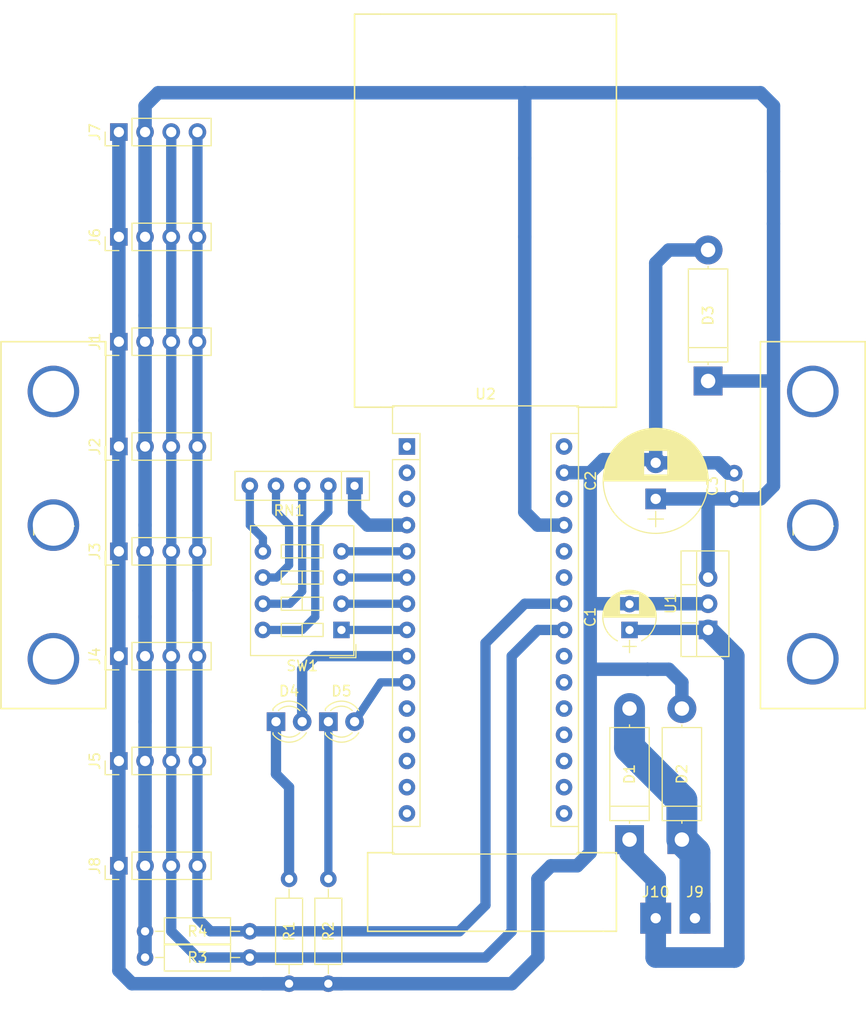
<source format=kicad_pcb>
(kicad_pcb (version 4) (host pcbnew 4.0.7)

  (general
    (links 67)
    (no_connects 8)
    (area 129.064999 65.939999 213.835001 165.200001)
    (thickness 1.6)
    (drawings 6)
    (tracks 157)
    (zones 0)
    (modules 28)
    (nets 38)
  )

  (page A4)
  (layers
    (0 F.Cu signal)
    (31 B.Cu signal)
    (32 B.Adhes user)
    (33 F.Adhes user)
    (34 B.Paste user)
    (35 F.Paste user)
    (36 B.SilkS user)
    (37 F.SilkS user)
    (38 B.Mask user)
    (39 F.Mask user)
    (40 Dwgs.User user)
    (41 Cmts.User user)
    (42 Eco1.User user)
    (43 Eco2.User user)
    (44 Edge.Cuts user)
    (45 Margin user)
    (46 B.CrtYd user)
    (47 F.CrtYd user)
    (48 B.Fab user)
    (49 F.Fab user)
  )

  (setup
    (last_trace_width 1)
    (user_trace_width 1)
    (user_trace_width 2)
    (user_trace_width 3)
    (trace_clearance 0.4)
    (zone_clearance 0.508)
    (zone_45_only yes)
    (trace_min 0.2)
    (segment_width 0.2)
    (edge_width 0.15)
    (via_size 0.6)
    (via_drill 0.4)
    (via_min_size 0.4)
    (via_min_drill 0.3)
    (uvia_size 0.3)
    (uvia_drill 0.1)
    (uvias_allowed no)
    (uvia_min_size 0.2)
    (uvia_min_drill 0.1)
    (pcb_text_width 0.3)
    (pcb_text_size 1.5 1.5)
    (mod_edge_width 0.15)
    (mod_text_size 1 1)
    (mod_text_width 0.15)
    (pad_size 1.6 1.6)
    (pad_drill 0.8)
    (pad_to_mask_clearance 0.2)
    (aux_axis_origin 0 0)
    (visible_elements 7FFFFFFF)
    (pcbplotparams
      (layerselection 0x00030_80000001)
      (usegerberextensions false)
      (excludeedgelayer true)
      (linewidth 0.100000)
      (plotframeref false)
      (viasonmask false)
      (mode 1)
      (useauxorigin false)
      (hpglpennumber 1)
      (hpglpenspeed 20)
      (hpglpendiameter 15)
      (hpglpenoverlay 2)
      (psnegative false)
      (psa4output false)
      (plotreference true)
      (plotvalue true)
      (plotinvisibletext false)
      (padsonsilk false)
      (subtractmaskfromsilk false)
      (outputformat 1)
      (mirror false)
      (drillshape 0)
      (scaleselection 1)
      (outputdirectory ""))
  )

  (net 0 "")
  (net 1 GND)
  (net 2 +5V)
  (net 3 SDA)
  (net 4 SCL)
  (net 5 "Net-(U2-Pad1)")
  (net 6 "Net-(U2-Pad17)")
  (net 7 "Net-(U2-Pad2)")
  (net 8 "Net-(U2-Pad18)")
  (net 9 "Net-(U2-Pad3)")
  (net 10 "Net-(U2-Pad19)")
  (net 11 "Net-(U2-Pad20)")
  (net 12 "Net-(U2-Pad21)")
  (net 13 "Net-(U2-Pad22)")
  (net 14 "Net-(U2-Pad25)")
  (net 15 "Net-(U2-Pad26)")
  (net 16 "Net-(U2-Pad11)")
  (net 17 "Net-(U2-Pad28)")
  (net 18 "Net-(U2-Pad13)")
  (net 19 "Net-(U2-Pad30)")
  (net 20 "Net-(U2-Pad15)")
  (net 21 "Net-(U2-Pad16)")
  (net 22 "Net-(U2-Pad12)")
  (net 23 "Net-(U2-Pad14)")
  (net 24 "Net-(D1-Pad2)")
  (net 25 "Net-(C1-Pad1)")
  (net 26 "Net-(RN1-Pad2)")
  (net 27 "Net-(RN1-Pad3)")
  (net 28 "Net-(RN1-Pad4)")
  (net 29 "Net-(RN1-Pad5)")
  (net 30 "Net-(SW1-Pad1)")
  (net 31 "Net-(SW1-Pad2)")
  (net 32 "Net-(SW1-Pad3)")
  (net 33 "Net-(SW1-Pad4)")
  (net 34 "Net-(D4-Pad1)")
  (net 35 "Net-(D4-Pad2)")
  (net 36 "Net-(D5-Pad1)")
  (net 37 "Net-(D5-Pad2)")

  (net_class Default "Toto je výchozí třída sítě."
    (clearance 0.4)
    (trace_width 1)
    (via_dia 0.6)
    (via_drill 0.4)
    (uvia_dia 0.3)
    (uvia_drill 0.1)
    (add_net "Net-(C1-Pad1)")
    (add_net "Net-(D1-Pad2)")
    (add_net "Net-(D4-Pad1)")
    (add_net "Net-(D4-Pad2)")
    (add_net "Net-(D5-Pad1)")
    (add_net "Net-(D5-Pad2)")
    (add_net "Net-(RN1-Pad2)")
    (add_net "Net-(RN1-Pad3)")
    (add_net "Net-(RN1-Pad4)")
    (add_net "Net-(RN1-Pad5)")
    (add_net "Net-(SW1-Pad1)")
    (add_net "Net-(SW1-Pad2)")
    (add_net "Net-(SW1-Pad3)")
    (add_net "Net-(SW1-Pad4)")
    (add_net "Net-(U2-Pad1)")
    (add_net "Net-(U2-Pad11)")
    (add_net "Net-(U2-Pad12)")
    (add_net "Net-(U2-Pad13)")
    (add_net "Net-(U2-Pad14)")
    (add_net "Net-(U2-Pad15)")
    (add_net "Net-(U2-Pad16)")
    (add_net "Net-(U2-Pad17)")
    (add_net "Net-(U2-Pad18)")
    (add_net "Net-(U2-Pad19)")
    (add_net "Net-(U2-Pad2)")
    (add_net "Net-(U2-Pad20)")
    (add_net "Net-(U2-Pad21)")
    (add_net "Net-(U2-Pad22)")
    (add_net "Net-(U2-Pad25)")
    (add_net "Net-(U2-Pad26)")
    (add_net "Net-(U2-Pad28)")
    (add_net "Net-(U2-Pad3)")
    (add_net "Net-(U2-Pad30)")
  )

  (net_class Power ""
    (clearance 0.4)
    (trace_width 1.3)
    (via_dia 0.6)
    (via_drill 0.4)
    (uvia_dia 0.3)
    (uvia_drill 0.1)
    (add_net +5V)
    (add_net GND)
  )

  (net_class Signal ""
    (clearance 0.4)
    (trace_width 1)
    (via_dia 0.6)
    (via_drill 0.4)
    (uvia_dia 0.3)
    (uvia_drill 0.1)
    (add_net SCL)
    (add_net SDA)
  )

  (module konektory:DIN_Drziak (layer F.Cu) (tedit 5A86E620) (tstamp 5A86E821)
    (at 208.28 116.84)
    (fp_text reference REF** (at 0 0.5) (layer F.SilkS)
      (effects (font (size 1 1) (thickness 0.15)))
    )
    (fp_text value DIN_Drziak (at 0 -0.5) (layer F.Fab)
      (effects (font (size 1 1) (thickness 0.15)))
    )
    (fp_line (start -5.08 17.78) (end -5.08 -17.78) (layer F.SilkS) (width 0.15))
    (fp_line (start 5.08 17.78) (end -5.08 17.78) (layer F.SilkS) (width 0.15))
    (fp_line (start 5.08 -17.78) (end 5.08 17.78) (layer F.SilkS) (width 0.15))
    (fp_line (start -5.08 -17.78) (end 5.08 -17.78) (layer F.SilkS) (width 0.15))
    (pad 1 thru_hole circle (at 0 0) (size 5 5) (drill 4) (layers *.Cu *.Mask))
    (pad 1 thru_hole circle (at 0 -12.954) (size 5 5) (drill 4) (layers *.Cu *.Mask))
    (pad 1 thru_hole circle (at 0 12.954) (size 5 5) (drill 4) (layers *.Cu *.Mask))
  )

  (module Pin_Headers:Pin_Header_Straight_1x04_Pitch2.54mm (layer F.Cu) (tedit 59650532) (tstamp 5A85EFF0)
    (at 140.97 99.06 90)
    (descr "Through hole straight pin header, 1x04, 2.54mm pitch, single row")
    (tags "Through hole pin header THT 1x04 2.54mm single row")
    (path /5A85EC2B)
    (fp_text reference J1 (at 0 -2.33 90) (layer F.SilkS)
      (effects (font (size 1 1) (thickness 0.15)))
    )
    (fp_text value Conn_01x04_Male (at 0 9.95 90) (layer F.Fab)
      (effects (font (size 1 1) (thickness 0.15)))
    )
    (fp_line (start -0.635 -1.27) (end 1.27 -1.27) (layer F.Fab) (width 0.1))
    (fp_line (start 1.27 -1.27) (end 1.27 8.89) (layer F.Fab) (width 0.1))
    (fp_line (start 1.27 8.89) (end -1.27 8.89) (layer F.Fab) (width 0.1))
    (fp_line (start -1.27 8.89) (end -1.27 -0.635) (layer F.Fab) (width 0.1))
    (fp_line (start -1.27 -0.635) (end -0.635 -1.27) (layer F.Fab) (width 0.1))
    (fp_line (start -1.33 8.95) (end 1.33 8.95) (layer F.SilkS) (width 0.12))
    (fp_line (start -1.33 1.27) (end -1.33 8.95) (layer F.SilkS) (width 0.12))
    (fp_line (start 1.33 1.27) (end 1.33 8.95) (layer F.SilkS) (width 0.12))
    (fp_line (start -1.33 1.27) (end 1.33 1.27) (layer F.SilkS) (width 0.12))
    (fp_line (start -1.33 0) (end -1.33 -1.33) (layer F.SilkS) (width 0.12))
    (fp_line (start -1.33 -1.33) (end 0 -1.33) (layer F.SilkS) (width 0.12))
    (fp_line (start -1.8 -1.8) (end -1.8 9.4) (layer F.CrtYd) (width 0.05))
    (fp_line (start -1.8 9.4) (end 1.8 9.4) (layer F.CrtYd) (width 0.05))
    (fp_line (start 1.8 9.4) (end 1.8 -1.8) (layer F.CrtYd) (width 0.05))
    (fp_line (start 1.8 -1.8) (end -1.8 -1.8) (layer F.CrtYd) (width 0.05))
    (fp_text user %R (at 0 3.81 180) (layer F.Fab)
      (effects (font (size 1 1) (thickness 0.15)))
    )
    (pad 1 thru_hole rect (at 0 0 90) (size 1.7 1.7) (drill 1) (layers *.Cu *.Mask)
      (net 1 GND))
    (pad 2 thru_hole oval (at 0 2.54 90) (size 1.7 1.7) (drill 1) (layers *.Cu *.Mask)
      (net 2 +5V))
    (pad 3 thru_hole oval (at 0 5.08 90) (size 1.7 1.7) (drill 1) (layers *.Cu *.Mask)
      (net 3 SDA))
    (pad 4 thru_hole oval (at 0 7.62 90) (size 1.7 1.7) (drill 1) (layers *.Cu *.Mask)
      (net 4 SCL))
    (model ${KISYS3DMOD}/Pin_Headers.3dshapes/Pin_Header_Straight_1x04_Pitch2.54mm.wrl
      (at (xyz 0 0 0))
      (scale (xyz 1 1 1))
      (rotate (xyz 0 0 0))
    )
  )

  (module Pin_Headers:Pin_Header_Straight_1x04_Pitch2.54mm (layer F.Cu) (tedit 59650532) (tstamp 5A85EFF8)
    (at 140.97 109.22 90)
    (descr "Through hole straight pin header, 1x04, 2.54mm pitch, single row")
    (tags "Through hole pin header THT 1x04 2.54mm single row")
    (path /5A85F636)
    (fp_text reference J2 (at 0 -2.33 90) (layer F.SilkS)
      (effects (font (size 1 1) (thickness 0.15)))
    )
    (fp_text value Conn_01x04_Male (at 0 9.95 90) (layer F.Fab)
      (effects (font (size 1 1) (thickness 0.15)))
    )
    (fp_line (start -0.635 -1.27) (end 1.27 -1.27) (layer F.Fab) (width 0.1))
    (fp_line (start 1.27 -1.27) (end 1.27 8.89) (layer F.Fab) (width 0.1))
    (fp_line (start 1.27 8.89) (end -1.27 8.89) (layer F.Fab) (width 0.1))
    (fp_line (start -1.27 8.89) (end -1.27 -0.635) (layer F.Fab) (width 0.1))
    (fp_line (start -1.27 -0.635) (end -0.635 -1.27) (layer F.Fab) (width 0.1))
    (fp_line (start -1.33 8.95) (end 1.33 8.95) (layer F.SilkS) (width 0.12))
    (fp_line (start -1.33 1.27) (end -1.33 8.95) (layer F.SilkS) (width 0.12))
    (fp_line (start 1.33 1.27) (end 1.33 8.95) (layer F.SilkS) (width 0.12))
    (fp_line (start -1.33 1.27) (end 1.33 1.27) (layer F.SilkS) (width 0.12))
    (fp_line (start -1.33 0) (end -1.33 -1.33) (layer F.SilkS) (width 0.12))
    (fp_line (start -1.33 -1.33) (end 0 -1.33) (layer F.SilkS) (width 0.12))
    (fp_line (start -1.8 -1.8) (end -1.8 9.4) (layer F.CrtYd) (width 0.05))
    (fp_line (start -1.8 9.4) (end 1.8 9.4) (layer F.CrtYd) (width 0.05))
    (fp_line (start 1.8 9.4) (end 1.8 -1.8) (layer F.CrtYd) (width 0.05))
    (fp_line (start 1.8 -1.8) (end -1.8 -1.8) (layer F.CrtYd) (width 0.05))
    (fp_text user %R (at 0 3.81 180) (layer F.Fab)
      (effects (font (size 1 1) (thickness 0.15)))
    )
    (pad 1 thru_hole rect (at 0 0 90) (size 1.7 1.7) (drill 1) (layers *.Cu *.Mask)
      (net 1 GND))
    (pad 2 thru_hole oval (at 0 2.54 90) (size 1.7 1.7) (drill 1) (layers *.Cu *.Mask)
      (net 2 +5V))
    (pad 3 thru_hole oval (at 0 5.08 90) (size 1.7 1.7) (drill 1) (layers *.Cu *.Mask)
      (net 3 SDA))
    (pad 4 thru_hole oval (at 0 7.62 90) (size 1.7 1.7) (drill 1) (layers *.Cu *.Mask)
      (net 4 SCL))
    (model ${KISYS3DMOD}/Pin_Headers.3dshapes/Pin_Header_Straight_1x04_Pitch2.54mm.wrl
      (at (xyz 0 0 0))
      (scale (xyz 1 1 1))
      (rotate (xyz 0 0 0))
    )
  )

  (module Pin_Headers:Pin_Header_Straight_1x04_Pitch2.54mm (layer F.Cu) (tedit 59650532) (tstamp 5A85F000)
    (at 140.97 119.38 90)
    (descr "Through hole straight pin header, 1x04, 2.54mm pitch, single row")
    (tags "Through hole pin header THT 1x04 2.54mm single row")
    (path /5A85F765)
    (fp_text reference J3 (at 0 -2.33 90) (layer F.SilkS)
      (effects (font (size 1 1) (thickness 0.15)))
    )
    (fp_text value Conn_01x04_Male (at 0 9.95 90) (layer F.Fab)
      (effects (font (size 1 1) (thickness 0.15)))
    )
    (fp_line (start -0.635 -1.27) (end 1.27 -1.27) (layer F.Fab) (width 0.1))
    (fp_line (start 1.27 -1.27) (end 1.27 8.89) (layer F.Fab) (width 0.1))
    (fp_line (start 1.27 8.89) (end -1.27 8.89) (layer F.Fab) (width 0.1))
    (fp_line (start -1.27 8.89) (end -1.27 -0.635) (layer F.Fab) (width 0.1))
    (fp_line (start -1.27 -0.635) (end -0.635 -1.27) (layer F.Fab) (width 0.1))
    (fp_line (start -1.33 8.95) (end 1.33 8.95) (layer F.SilkS) (width 0.12))
    (fp_line (start -1.33 1.27) (end -1.33 8.95) (layer F.SilkS) (width 0.12))
    (fp_line (start 1.33 1.27) (end 1.33 8.95) (layer F.SilkS) (width 0.12))
    (fp_line (start -1.33 1.27) (end 1.33 1.27) (layer F.SilkS) (width 0.12))
    (fp_line (start -1.33 0) (end -1.33 -1.33) (layer F.SilkS) (width 0.12))
    (fp_line (start -1.33 -1.33) (end 0 -1.33) (layer F.SilkS) (width 0.12))
    (fp_line (start -1.8 -1.8) (end -1.8 9.4) (layer F.CrtYd) (width 0.05))
    (fp_line (start -1.8 9.4) (end 1.8 9.4) (layer F.CrtYd) (width 0.05))
    (fp_line (start 1.8 9.4) (end 1.8 -1.8) (layer F.CrtYd) (width 0.05))
    (fp_line (start 1.8 -1.8) (end -1.8 -1.8) (layer F.CrtYd) (width 0.05))
    (fp_text user %R (at 0 3.81 180) (layer F.Fab)
      (effects (font (size 1 1) (thickness 0.15)))
    )
    (pad 1 thru_hole rect (at 0 0 90) (size 1.7 1.7) (drill 1) (layers *.Cu *.Mask)
      (net 1 GND))
    (pad 2 thru_hole oval (at 0 2.54 90) (size 1.7 1.7) (drill 1) (layers *.Cu *.Mask)
      (net 2 +5V))
    (pad 3 thru_hole oval (at 0 5.08 90) (size 1.7 1.7) (drill 1) (layers *.Cu *.Mask)
      (net 3 SDA))
    (pad 4 thru_hole oval (at 0 7.62 90) (size 1.7 1.7) (drill 1) (layers *.Cu *.Mask)
      (net 4 SCL))
    (model ${KISYS3DMOD}/Pin_Headers.3dshapes/Pin_Header_Straight_1x04_Pitch2.54mm.wrl
      (at (xyz 0 0 0))
      (scale (xyz 1 1 1))
      (rotate (xyz 0 0 0))
    )
  )

  (module Pin_Headers:Pin_Header_Straight_1x04_Pitch2.54mm (layer F.Cu) (tedit 59650532) (tstamp 5A85F008)
    (at 140.97 129.54 90)
    (descr "Through hole straight pin header, 1x04, 2.54mm pitch, single row")
    (tags "Through hole pin header THT 1x04 2.54mm single row")
    (path /5A85F773)
    (fp_text reference J4 (at 0 -2.33 90) (layer F.SilkS)
      (effects (font (size 1 1) (thickness 0.15)))
    )
    (fp_text value Conn_01x04_Male (at 0 9.95 90) (layer F.Fab)
      (effects (font (size 1 1) (thickness 0.15)))
    )
    (fp_line (start -0.635 -1.27) (end 1.27 -1.27) (layer F.Fab) (width 0.1))
    (fp_line (start 1.27 -1.27) (end 1.27 8.89) (layer F.Fab) (width 0.1))
    (fp_line (start 1.27 8.89) (end -1.27 8.89) (layer F.Fab) (width 0.1))
    (fp_line (start -1.27 8.89) (end -1.27 -0.635) (layer F.Fab) (width 0.1))
    (fp_line (start -1.27 -0.635) (end -0.635 -1.27) (layer F.Fab) (width 0.1))
    (fp_line (start -1.33 8.95) (end 1.33 8.95) (layer F.SilkS) (width 0.12))
    (fp_line (start -1.33 1.27) (end -1.33 8.95) (layer F.SilkS) (width 0.12))
    (fp_line (start 1.33 1.27) (end 1.33 8.95) (layer F.SilkS) (width 0.12))
    (fp_line (start -1.33 1.27) (end 1.33 1.27) (layer F.SilkS) (width 0.12))
    (fp_line (start -1.33 0) (end -1.33 -1.33) (layer F.SilkS) (width 0.12))
    (fp_line (start -1.33 -1.33) (end 0 -1.33) (layer F.SilkS) (width 0.12))
    (fp_line (start -1.8 -1.8) (end -1.8 9.4) (layer F.CrtYd) (width 0.05))
    (fp_line (start -1.8 9.4) (end 1.8 9.4) (layer F.CrtYd) (width 0.05))
    (fp_line (start 1.8 9.4) (end 1.8 -1.8) (layer F.CrtYd) (width 0.05))
    (fp_line (start 1.8 -1.8) (end -1.8 -1.8) (layer F.CrtYd) (width 0.05))
    (fp_text user %R (at 0 3.81 180) (layer F.Fab)
      (effects (font (size 1 1) (thickness 0.15)))
    )
    (pad 1 thru_hole rect (at 0 0 90) (size 1.7 1.7) (drill 1) (layers *.Cu *.Mask)
      (net 1 GND))
    (pad 2 thru_hole oval (at 0 2.54 90) (size 1.7 1.7) (drill 1) (layers *.Cu *.Mask)
      (net 2 +5V))
    (pad 3 thru_hole oval (at 0 5.08 90) (size 1.7 1.7) (drill 1) (layers *.Cu *.Mask)
      (net 3 SDA))
    (pad 4 thru_hole oval (at 0 7.62 90) (size 1.7 1.7) (drill 1) (layers *.Cu *.Mask)
      (net 4 SCL))
    (model ${KISYS3DMOD}/Pin_Headers.3dshapes/Pin_Header_Straight_1x04_Pitch2.54mm.wrl
      (at (xyz 0 0 0))
      (scale (xyz 1 1 1))
      (rotate (xyz 0 0 0))
    )
  )

  (module Pin_Headers:Pin_Header_Straight_1x04_Pitch2.54mm (layer F.Cu) (tedit 59650532) (tstamp 5A85F010)
    (at 140.97 139.7 90)
    (descr "Through hole straight pin header, 1x04, 2.54mm pitch, single row")
    (tags "Through hole pin header THT 1x04 2.54mm single row")
    (path /5A85F88D)
    (fp_text reference J5 (at 0 -2.33 90) (layer F.SilkS)
      (effects (font (size 1 1) (thickness 0.15)))
    )
    (fp_text value Conn_01x04_Male (at 0 9.95 90) (layer F.Fab)
      (effects (font (size 1 1) (thickness 0.15)))
    )
    (fp_line (start -0.635 -1.27) (end 1.27 -1.27) (layer F.Fab) (width 0.1))
    (fp_line (start 1.27 -1.27) (end 1.27 8.89) (layer F.Fab) (width 0.1))
    (fp_line (start 1.27 8.89) (end -1.27 8.89) (layer F.Fab) (width 0.1))
    (fp_line (start -1.27 8.89) (end -1.27 -0.635) (layer F.Fab) (width 0.1))
    (fp_line (start -1.27 -0.635) (end -0.635 -1.27) (layer F.Fab) (width 0.1))
    (fp_line (start -1.33 8.95) (end 1.33 8.95) (layer F.SilkS) (width 0.12))
    (fp_line (start -1.33 1.27) (end -1.33 8.95) (layer F.SilkS) (width 0.12))
    (fp_line (start 1.33 1.27) (end 1.33 8.95) (layer F.SilkS) (width 0.12))
    (fp_line (start -1.33 1.27) (end 1.33 1.27) (layer F.SilkS) (width 0.12))
    (fp_line (start -1.33 0) (end -1.33 -1.33) (layer F.SilkS) (width 0.12))
    (fp_line (start -1.33 -1.33) (end 0 -1.33) (layer F.SilkS) (width 0.12))
    (fp_line (start -1.8 -1.8) (end -1.8 9.4) (layer F.CrtYd) (width 0.05))
    (fp_line (start -1.8 9.4) (end 1.8 9.4) (layer F.CrtYd) (width 0.05))
    (fp_line (start 1.8 9.4) (end 1.8 -1.8) (layer F.CrtYd) (width 0.05))
    (fp_line (start 1.8 -1.8) (end -1.8 -1.8) (layer F.CrtYd) (width 0.05))
    (fp_text user %R (at 0 3.81 180) (layer F.Fab)
      (effects (font (size 1 1) (thickness 0.15)))
    )
    (pad 1 thru_hole rect (at 0 0 90) (size 1.7 1.7) (drill 1) (layers *.Cu *.Mask)
      (net 1 GND))
    (pad 2 thru_hole oval (at 0 2.54 90) (size 1.7 1.7) (drill 1) (layers *.Cu *.Mask)
      (net 2 +5V))
    (pad 3 thru_hole oval (at 0 5.08 90) (size 1.7 1.7) (drill 1) (layers *.Cu *.Mask)
      (net 3 SDA))
    (pad 4 thru_hole oval (at 0 7.62 90) (size 1.7 1.7) (drill 1) (layers *.Cu *.Mask)
      (net 4 SCL))
    (model ${KISYS3DMOD}/Pin_Headers.3dshapes/Pin_Header_Straight_1x04_Pitch2.54mm.wrl
      (at (xyz 0 0 0))
      (scale (xyz 1 1 1))
      (rotate (xyz 0 0 0))
    )
  )

  (module Pin_Headers:Pin_Header_Straight_1x04_Pitch2.54mm (layer F.Cu) (tedit 59650532) (tstamp 5A85F018)
    (at 140.97 88.9 90)
    (descr "Through hole straight pin header, 1x04, 2.54mm pitch, single row")
    (tags "Through hole pin header THT 1x04 2.54mm single row")
    (path /5A85F89B)
    (fp_text reference J6 (at 0 -2.33 90) (layer F.SilkS)
      (effects (font (size 1 1) (thickness 0.15)))
    )
    (fp_text value Conn_01x04_Male (at 0 9.95 90) (layer F.Fab)
      (effects (font (size 1 1) (thickness 0.15)))
    )
    (fp_line (start -0.635 -1.27) (end 1.27 -1.27) (layer F.Fab) (width 0.1))
    (fp_line (start 1.27 -1.27) (end 1.27 8.89) (layer F.Fab) (width 0.1))
    (fp_line (start 1.27 8.89) (end -1.27 8.89) (layer F.Fab) (width 0.1))
    (fp_line (start -1.27 8.89) (end -1.27 -0.635) (layer F.Fab) (width 0.1))
    (fp_line (start -1.27 -0.635) (end -0.635 -1.27) (layer F.Fab) (width 0.1))
    (fp_line (start -1.33 8.95) (end 1.33 8.95) (layer F.SilkS) (width 0.12))
    (fp_line (start -1.33 1.27) (end -1.33 8.95) (layer F.SilkS) (width 0.12))
    (fp_line (start 1.33 1.27) (end 1.33 8.95) (layer F.SilkS) (width 0.12))
    (fp_line (start -1.33 1.27) (end 1.33 1.27) (layer F.SilkS) (width 0.12))
    (fp_line (start -1.33 0) (end -1.33 -1.33) (layer F.SilkS) (width 0.12))
    (fp_line (start -1.33 -1.33) (end 0 -1.33) (layer F.SilkS) (width 0.12))
    (fp_line (start -1.8 -1.8) (end -1.8 9.4) (layer F.CrtYd) (width 0.05))
    (fp_line (start -1.8 9.4) (end 1.8 9.4) (layer F.CrtYd) (width 0.05))
    (fp_line (start 1.8 9.4) (end 1.8 -1.8) (layer F.CrtYd) (width 0.05))
    (fp_line (start 1.8 -1.8) (end -1.8 -1.8) (layer F.CrtYd) (width 0.05))
    (fp_text user %R (at 0 3.81 180) (layer F.Fab)
      (effects (font (size 1 1) (thickness 0.15)))
    )
    (pad 1 thru_hole rect (at 0 0 90) (size 1.7 1.7) (drill 1) (layers *.Cu *.Mask)
      (net 1 GND))
    (pad 2 thru_hole oval (at 0 2.54 90) (size 1.7 1.7) (drill 1) (layers *.Cu *.Mask)
      (net 2 +5V))
    (pad 3 thru_hole oval (at 0 5.08 90) (size 1.7 1.7) (drill 1) (layers *.Cu *.Mask)
      (net 3 SDA))
    (pad 4 thru_hole oval (at 0 7.62 90) (size 1.7 1.7) (drill 1) (layers *.Cu *.Mask)
      (net 4 SCL))
    (model ${KISYS3DMOD}/Pin_Headers.3dshapes/Pin_Header_Straight_1x04_Pitch2.54mm.wrl
      (at (xyz 0 0 0))
      (scale (xyz 1 1 1))
      (rotate (xyz 0 0 0))
    )
  )

  (module Pin_Headers:Pin_Header_Straight_1x04_Pitch2.54mm (layer F.Cu) (tedit 59650532) (tstamp 5A85F020)
    (at 140.97 78.74 90)
    (descr "Through hole straight pin header, 1x04, 2.54mm pitch, single row")
    (tags "Through hole pin header THT 1x04 2.54mm single row")
    (path /5A85F8A9)
    (fp_text reference J7 (at 0 -2.33 90) (layer F.SilkS)
      (effects (font (size 1 1) (thickness 0.15)))
    )
    (fp_text value Conn_01x04_Male (at 0 9.95 90) (layer F.Fab)
      (effects (font (size 1 1) (thickness 0.15)))
    )
    (fp_line (start -0.635 -1.27) (end 1.27 -1.27) (layer F.Fab) (width 0.1))
    (fp_line (start 1.27 -1.27) (end 1.27 8.89) (layer F.Fab) (width 0.1))
    (fp_line (start 1.27 8.89) (end -1.27 8.89) (layer F.Fab) (width 0.1))
    (fp_line (start -1.27 8.89) (end -1.27 -0.635) (layer F.Fab) (width 0.1))
    (fp_line (start -1.27 -0.635) (end -0.635 -1.27) (layer F.Fab) (width 0.1))
    (fp_line (start -1.33 8.95) (end 1.33 8.95) (layer F.SilkS) (width 0.12))
    (fp_line (start -1.33 1.27) (end -1.33 8.95) (layer F.SilkS) (width 0.12))
    (fp_line (start 1.33 1.27) (end 1.33 8.95) (layer F.SilkS) (width 0.12))
    (fp_line (start -1.33 1.27) (end 1.33 1.27) (layer F.SilkS) (width 0.12))
    (fp_line (start -1.33 0) (end -1.33 -1.33) (layer F.SilkS) (width 0.12))
    (fp_line (start -1.33 -1.33) (end 0 -1.33) (layer F.SilkS) (width 0.12))
    (fp_line (start -1.8 -1.8) (end -1.8 9.4) (layer F.CrtYd) (width 0.05))
    (fp_line (start -1.8 9.4) (end 1.8 9.4) (layer F.CrtYd) (width 0.05))
    (fp_line (start 1.8 9.4) (end 1.8 -1.8) (layer F.CrtYd) (width 0.05))
    (fp_line (start 1.8 -1.8) (end -1.8 -1.8) (layer F.CrtYd) (width 0.05))
    (fp_text user %R (at 0 3.81 180) (layer F.Fab)
      (effects (font (size 1 1) (thickness 0.15)))
    )
    (pad 1 thru_hole rect (at 0 0 90) (size 1.7 1.7) (drill 1) (layers *.Cu *.Mask)
      (net 1 GND))
    (pad 2 thru_hole oval (at 0 2.54 90) (size 1.7 1.7) (drill 1) (layers *.Cu *.Mask)
      (net 2 +5V))
    (pad 3 thru_hole oval (at 0 5.08 90) (size 1.7 1.7) (drill 1) (layers *.Cu *.Mask)
      (net 3 SDA))
    (pad 4 thru_hole oval (at 0 7.62 90) (size 1.7 1.7) (drill 1) (layers *.Cu *.Mask)
      (net 4 SCL))
    (model ${KISYS3DMOD}/Pin_Headers.3dshapes/Pin_Header_Straight_1x04_Pitch2.54mm.wrl
      (at (xyz 0 0 0))
      (scale (xyz 1 1 1))
      (rotate (xyz 0 0 0))
    )
  )

  (module Pin_Headers:Pin_Header_Straight_1x04_Pitch2.54mm (layer F.Cu) (tedit 59650532) (tstamp 5A85F028)
    (at 140.97 149.86 90)
    (descr "Through hole straight pin header, 1x04, 2.54mm pitch, single row")
    (tags "Through hole pin header THT 1x04 2.54mm single row")
    (path /5A85F8B7)
    (fp_text reference J8 (at 0 -2.33 90) (layer F.SilkS)
      (effects (font (size 1 1) (thickness 0.15)))
    )
    (fp_text value Conn_01x04_Male (at 0 9.95 90) (layer F.Fab)
      (effects (font (size 1 1) (thickness 0.15)))
    )
    (fp_line (start -0.635 -1.27) (end 1.27 -1.27) (layer F.Fab) (width 0.1))
    (fp_line (start 1.27 -1.27) (end 1.27 8.89) (layer F.Fab) (width 0.1))
    (fp_line (start 1.27 8.89) (end -1.27 8.89) (layer F.Fab) (width 0.1))
    (fp_line (start -1.27 8.89) (end -1.27 -0.635) (layer F.Fab) (width 0.1))
    (fp_line (start -1.27 -0.635) (end -0.635 -1.27) (layer F.Fab) (width 0.1))
    (fp_line (start -1.33 8.95) (end 1.33 8.95) (layer F.SilkS) (width 0.12))
    (fp_line (start -1.33 1.27) (end -1.33 8.95) (layer F.SilkS) (width 0.12))
    (fp_line (start 1.33 1.27) (end 1.33 8.95) (layer F.SilkS) (width 0.12))
    (fp_line (start -1.33 1.27) (end 1.33 1.27) (layer F.SilkS) (width 0.12))
    (fp_line (start -1.33 0) (end -1.33 -1.33) (layer F.SilkS) (width 0.12))
    (fp_line (start -1.33 -1.33) (end 0 -1.33) (layer F.SilkS) (width 0.12))
    (fp_line (start -1.8 -1.8) (end -1.8 9.4) (layer F.CrtYd) (width 0.05))
    (fp_line (start -1.8 9.4) (end 1.8 9.4) (layer F.CrtYd) (width 0.05))
    (fp_line (start 1.8 9.4) (end 1.8 -1.8) (layer F.CrtYd) (width 0.05))
    (fp_line (start 1.8 -1.8) (end -1.8 -1.8) (layer F.CrtYd) (width 0.05))
    (fp_text user %R (at 0 3.81 180) (layer F.Fab)
      (effects (font (size 1 1) (thickness 0.15)))
    )
    (pad 1 thru_hole rect (at 0 0 90) (size 1.7 1.7) (drill 1) (layers *.Cu *.Mask)
      (net 1 GND))
    (pad 2 thru_hole oval (at 0 2.54 90) (size 1.7 1.7) (drill 1) (layers *.Cu *.Mask)
      (net 2 +5V))
    (pad 3 thru_hole oval (at 0 5.08 90) (size 1.7 1.7) (drill 1) (layers *.Cu *.Mask)
      (net 3 SDA))
    (pad 4 thru_hole oval (at 0 7.62 90) (size 1.7 1.7) (drill 1) (layers *.Cu *.Mask)
      (net 4 SCL))
    (model ${KISYS3DMOD}/Pin_Headers.3dshapes/Pin_Header_Straight_1x04_Pitch2.54mm.wrl
      (at (xyz 0 0 0))
      (scale (xyz 1 1 1))
      (rotate (xyz 0 0 0))
    )
  )

  (module TO_SOT_Packages_THT:TO-220-3_Vertical (layer F.Cu) (tedit 58CE52AD) (tstamp 5A85F170)
    (at 198.12 127 90)
    (descr "TO-220-3, Vertical, RM 2.54mm")
    (tags "TO-220-3 Vertical RM 2.54mm")
    (path /5A85F93B)
    (fp_text reference U1 (at 2.54 -3.62 90) (layer F.SilkS)
      (effects (font (size 1 1) (thickness 0.15)))
    )
    (fp_text value LM7805_TO220 (at 2.54 3.92 90) (layer F.Fab)
      (effects (font (size 1 1) (thickness 0.15)))
    )
    (fp_text user %R (at 2.54 -3.62 90) (layer F.Fab)
      (effects (font (size 1 1) (thickness 0.15)))
    )
    (fp_line (start -2.46 -2.5) (end -2.46 1.9) (layer F.Fab) (width 0.1))
    (fp_line (start -2.46 1.9) (end 7.54 1.9) (layer F.Fab) (width 0.1))
    (fp_line (start 7.54 1.9) (end 7.54 -2.5) (layer F.Fab) (width 0.1))
    (fp_line (start 7.54 -2.5) (end -2.46 -2.5) (layer F.Fab) (width 0.1))
    (fp_line (start -2.46 -1.23) (end 7.54 -1.23) (layer F.Fab) (width 0.1))
    (fp_line (start 0.69 -2.5) (end 0.69 -1.23) (layer F.Fab) (width 0.1))
    (fp_line (start 4.39 -2.5) (end 4.39 -1.23) (layer F.Fab) (width 0.1))
    (fp_line (start -2.58 -2.62) (end 7.66 -2.62) (layer F.SilkS) (width 0.12))
    (fp_line (start -2.58 2.021) (end 7.66 2.021) (layer F.SilkS) (width 0.12))
    (fp_line (start -2.58 -2.62) (end -2.58 2.021) (layer F.SilkS) (width 0.12))
    (fp_line (start 7.66 -2.62) (end 7.66 2.021) (layer F.SilkS) (width 0.12))
    (fp_line (start -2.58 -1.11) (end 7.66 -1.11) (layer F.SilkS) (width 0.12))
    (fp_line (start 0.69 -2.62) (end 0.69 -1.11) (layer F.SilkS) (width 0.12))
    (fp_line (start 4.391 -2.62) (end 4.391 -1.11) (layer F.SilkS) (width 0.12))
    (fp_line (start -2.71 -2.75) (end -2.71 2.16) (layer F.CrtYd) (width 0.05))
    (fp_line (start -2.71 2.16) (end 7.79 2.16) (layer F.CrtYd) (width 0.05))
    (fp_line (start 7.79 2.16) (end 7.79 -2.75) (layer F.CrtYd) (width 0.05))
    (fp_line (start 7.79 -2.75) (end -2.71 -2.75) (layer F.CrtYd) (width 0.05))
    (pad 1 thru_hole rect (at 0 0 90) (size 1.8 1.8) (drill 1) (layers *.Cu *.Mask)
      (net 25 "Net-(C1-Pad1)"))
    (pad 2 thru_hole oval (at 2.54 0 90) (size 1.8 1.8) (drill 1) (layers *.Cu *.Mask)
      (net 1 GND))
    (pad 3 thru_hole oval (at 5.08 0 90) (size 1.8 1.8) (drill 1) (layers *.Cu *.Mask)
      (net 2 +5V))
    (model ${KISYS3DMOD}/TO_SOT_Packages_THT.3dshapes/TO-220-3_Vertical.wrl
      (at (xyz 0.1 0 0))
      (scale (xyz 0.393701 0.393701 0.393701))
      (rotate (xyz 0 0 0))
    )
  )

  (module konektory:MSK-5.08_terminal (layer F.Cu) (tedit 5A8703BA) (tstamp 5A860347)
    (at 194.31 153.67)
    (path /5A8601E6)
    (fp_text reference J10 (at -1.27 -1.27) (layer F.SilkS)
      (effects (font (size 1 1) (thickness 0.15)))
    )
    (fp_text value Conn_01x01 (at 0 -0.5) (layer F.Fab)
      (effects (font (size 1 1) (thickness 0.15)))
    )
    (pad 1 thru_hole rect (at -1.27 1.27) (size 3 3) (drill 1) (layers *.Mask B.Cu)
      (net 25 "Net-(C1-Pad1)"))
  )

  (module konektory:MSK-5.08_terminal (layer F.Cu) (tedit 5A8703B4) (tstamp 5A860385)
    (at 198.12 153.67)
    (path /5A8601A3)
    (fp_text reference J9 (at -1.27 -1.27) (layer F.SilkS)
      (effects (font (size 1 1) (thickness 0.15)))
    )
    (fp_text value Conn_01x01 (at 0 -0.5) (layer F.Fab)
      (effects (font (size 1 1) (thickness 0.15)))
    )
    (pad 1 thru_hole rect (at -1.27 1.27) (size 3 3) (drill 1) (layers *.Mask B.Cu)
      (net 24 "Net-(D1-Pad2)"))
  )

  (module Diodes_THT:D_5W_P12.70mm_Horizontal (layer F.Cu) (tedit 5A86F945) (tstamp 5A86AC8F)
    (at 190.5 147.32 90)
    (descr "D, 5W series, Axial, Horizontal, pin pitch=12.7mm, , length*diameter=8.9*3.7mm^2, , http://www.diodes.com/_files/packages/8686949.gif")
    (tags "D 5W series Axial Horizontal pin pitch 12.7mm  length 8.9mm diameter 3.7mm")
    (path /5A86B6E1)
    (fp_text reference D1 (at 6.35 0 90) (layer F.SilkS)
      (effects (font (size 1 1) (thickness 0.15)))
    )
    (fp_text value D_TVS (at 6.35 2.91 90) (layer F.Fab)
      (effects (font (size 1 1) (thickness 0.15)))
    )
    (fp_text user %R (at 6.35 0 90) (layer F.Fab)
      (effects (font (size 1 1) (thickness 0.15)))
    )
    (fp_line (start 1.9 -1.85) (end 1.9 1.85) (layer F.Fab) (width 0.1))
    (fp_line (start 1.9 1.85) (end 10.8 1.85) (layer F.Fab) (width 0.1))
    (fp_line (start 10.8 1.85) (end 10.8 -1.85) (layer F.Fab) (width 0.1))
    (fp_line (start 10.8 -1.85) (end 1.9 -1.85) (layer F.Fab) (width 0.1))
    (fp_line (start 0 0) (end 1.9 0) (layer F.Fab) (width 0.1))
    (fp_line (start 12.7 0) (end 10.8 0) (layer F.Fab) (width 0.1))
    (fp_line (start 3.235 -1.85) (end 3.235 1.85) (layer F.Fab) (width 0.1))
    (fp_line (start 1.84 -1.91) (end 1.84 1.91) (layer F.SilkS) (width 0.12))
    (fp_line (start 1.84 1.91) (end 10.86 1.91) (layer F.SilkS) (width 0.12))
    (fp_line (start 10.86 1.91) (end 10.86 -1.91) (layer F.SilkS) (width 0.12))
    (fp_line (start 10.86 -1.91) (end 1.84 -1.91) (layer F.SilkS) (width 0.12))
    (fp_line (start 1.58 0) (end 1.84 0) (layer F.SilkS) (width 0.12))
    (fp_line (start 11.12 0) (end 10.86 0) (layer F.SilkS) (width 0.12))
    (fp_line (start 3.235 -1.91) (end 3.235 1.91) (layer F.SilkS) (width 0.12))
    (fp_line (start -1.65 -2.2) (end -1.65 2.2) (layer F.CrtYd) (width 0.05))
    (fp_line (start -1.65 2.2) (end 14.35 2.2) (layer F.CrtYd) (width 0.05))
    (fp_line (start 14.35 2.2) (end 14.35 -2.2) (layer F.CrtYd) (width 0.05))
    (fp_line (start 14.35 -2.2) (end -1.65 -2.2) (layer F.CrtYd) (width 0.05))
    (pad 1 thru_hole rect (at 0 0 90) (size 2.8 2.8) (drill 1.4) (layers *.Cu *.Mask)
      (net 25 "Net-(C1-Pad1)"))
    (pad 2 thru_hole oval (at 12.7 0 90) (size 2.8 2.8) (drill 1.4) (layers *.Cu *.Mask)
      (net 24 "Net-(D1-Pad2)"))
    (model ${KISYS3DMOD}/Diodes_THT.3dshapes/D_5W_P12.70mm_Horizontal.wrl
      (at (xyz 0 0 0))
      (scale (xyz 0.393701 0.393701 0.393701))
      (rotate (xyz 0 0 0))
    )
  )

  (module Diodes_THT:D_5W_P12.70mm_Horizontal (layer F.Cu) (tedit 5A86F949) (tstamp 5A86AC95)
    (at 195.58 147.32 90)
    (descr "D, 5W series, Axial, Horizontal, pin pitch=12.7mm, , length*diameter=8.9*3.7mm^2, , http://www.diodes.com/_files/packages/8686949.gif")
    (tags "D 5W series Axial Horizontal pin pitch 12.7mm  length 8.9mm diameter 3.7mm")
    (path /5A86B23A)
    (fp_text reference D2 (at 6.35 0 90) (layer F.SilkS)
      (effects (font (size 1 1) (thickness 0.15)))
    )
    (fp_text value D_Schottky (at 6.35 2.91 90) (layer F.Fab)
      (effects (font (size 1 1) (thickness 0.15)))
    )
    (fp_text user %R (at 6.35 0 90) (layer F.Fab)
      (effects (font (size 1 1) (thickness 0.15)))
    )
    (fp_line (start 1.9 -1.85) (end 1.9 1.85) (layer F.Fab) (width 0.1))
    (fp_line (start 1.9 1.85) (end 10.8 1.85) (layer F.Fab) (width 0.1))
    (fp_line (start 10.8 1.85) (end 10.8 -1.85) (layer F.Fab) (width 0.1))
    (fp_line (start 10.8 -1.85) (end 1.9 -1.85) (layer F.Fab) (width 0.1))
    (fp_line (start 0 0) (end 1.9 0) (layer F.Fab) (width 0.1))
    (fp_line (start 12.7 0) (end 10.8 0) (layer F.Fab) (width 0.1))
    (fp_line (start 3.235 -1.85) (end 3.235 1.85) (layer F.Fab) (width 0.1))
    (fp_line (start 1.84 -1.91) (end 1.84 1.91) (layer F.SilkS) (width 0.12))
    (fp_line (start 1.84 1.91) (end 10.86 1.91) (layer F.SilkS) (width 0.12))
    (fp_line (start 10.86 1.91) (end 10.86 -1.91) (layer F.SilkS) (width 0.12))
    (fp_line (start 10.86 -1.91) (end 1.84 -1.91) (layer F.SilkS) (width 0.12))
    (fp_line (start 1.58 0) (end 1.84 0) (layer F.SilkS) (width 0.12))
    (fp_line (start 11.12 0) (end 10.86 0) (layer F.SilkS) (width 0.12))
    (fp_line (start 3.235 -1.91) (end 3.235 1.91) (layer F.SilkS) (width 0.12))
    (fp_line (start -1.65 -2.2) (end -1.65 2.2) (layer F.CrtYd) (width 0.05))
    (fp_line (start -1.65 2.2) (end 14.35 2.2) (layer F.CrtYd) (width 0.05))
    (fp_line (start 14.35 2.2) (end 14.35 -2.2) (layer F.CrtYd) (width 0.05))
    (fp_line (start 14.35 -2.2) (end -1.65 -2.2) (layer F.CrtYd) (width 0.05))
    (pad 1 thru_hole rect (at 0 0 90) (size 2.8 2.8) (drill 1.4) (layers *.Cu *.Mask)
      (net 24 "Net-(D1-Pad2)"))
    (pad 2 thru_hole oval (at 12.7 0 90) (size 2.8 2.8) (drill 1.4) (layers *.Cu *.Mask)
      (net 1 GND))
    (model ${KISYS3DMOD}/Diodes_THT.3dshapes/D_5W_P12.70mm_Horizontal.wrl
      (at (xyz 0 0 0))
      (scale (xyz 0.393701 0.393701 0.393701))
      (rotate (xyz 0 0 0))
    )
  )

  (module Diodes_THT:D_5W_P12.70mm_Horizontal (layer F.Cu) (tedit 5A86F954) (tstamp 5A86AC9B)
    (at 198.12 102.87 90)
    (descr "D, 5W series, Axial, Horizontal, pin pitch=12.7mm, , length*diameter=8.9*3.7mm^2, , http://www.diodes.com/_files/packages/8686949.gif")
    (tags "D 5W series Axial Horizontal pin pitch 12.7mm  length 8.9mm diameter 3.7mm")
    (path /5A86B648)
    (fp_text reference D3 (at 6.35 0 90) (layer F.SilkS)
      (effects (font (size 1 1) (thickness 0.15)))
    )
    (fp_text value D_TVS (at 6.35 2.91 90) (layer F.Fab)
      (effects (font (size 1 1) (thickness 0.15)))
    )
    (fp_text user %R (at 6.35 0 180) (layer F.Fab)
      (effects (font (size 1 1) (thickness 0.15)))
    )
    (fp_line (start 1.9 -1.85) (end 1.9 1.85) (layer F.Fab) (width 0.1))
    (fp_line (start 1.9 1.85) (end 10.8 1.85) (layer F.Fab) (width 0.1))
    (fp_line (start 10.8 1.85) (end 10.8 -1.85) (layer F.Fab) (width 0.1))
    (fp_line (start 10.8 -1.85) (end 1.9 -1.85) (layer F.Fab) (width 0.1))
    (fp_line (start 0 0) (end 1.9 0) (layer F.Fab) (width 0.1))
    (fp_line (start 12.7 0) (end 10.8 0) (layer F.Fab) (width 0.1))
    (fp_line (start 3.235 -1.85) (end 3.235 1.85) (layer F.Fab) (width 0.1))
    (fp_line (start 1.84 -1.91) (end 1.84 1.91) (layer F.SilkS) (width 0.12))
    (fp_line (start 1.84 1.91) (end 10.86 1.91) (layer F.SilkS) (width 0.12))
    (fp_line (start 10.86 1.91) (end 10.86 -1.91) (layer F.SilkS) (width 0.12))
    (fp_line (start 10.86 -1.91) (end 1.84 -1.91) (layer F.SilkS) (width 0.12))
    (fp_line (start 1.58 0) (end 1.84 0) (layer F.SilkS) (width 0.12))
    (fp_line (start 11.12 0) (end 10.86 0) (layer F.SilkS) (width 0.12))
    (fp_line (start 3.235 -1.91) (end 3.235 1.91) (layer F.SilkS) (width 0.12))
    (fp_line (start -1.65 -2.2) (end -1.65 2.2) (layer F.CrtYd) (width 0.05))
    (fp_line (start -1.65 2.2) (end 14.35 2.2) (layer F.CrtYd) (width 0.05))
    (fp_line (start 14.35 2.2) (end 14.35 -2.2) (layer F.CrtYd) (width 0.05))
    (fp_line (start 14.35 -2.2) (end -1.65 -2.2) (layer F.CrtYd) (width 0.05))
    (pad 1 thru_hole rect (at 0 0 90) (size 2.8 2.8) (drill 1.4) (layers *.Cu *.Mask)
      (net 2 +5V))
    (pad 2 thru_hole oval (at 12.7 0 90) (size 2.8 2.8) (drill 1.4) (layers *.Cu *.Mask)
      (net 1 GND))
    (model ${KISYS3DMOD}/Diodes_THT.3dshapes/D_5W_P12.70mm_Horizontal.wrl
      (at (xyz 0 0 0))
      (scale (xyz 0.393701 0.393701 0.393701))
      (rotate (xyz 0 0 0))
    )
  )

  (module Capacitors_THT:CP_Radial_D10.0mm_P3.50mm (layer F.Cu) (tedit 597BC7C2) (tstamp 5A86B302)
    (at 193.04 114.3 90)
    (descr "CP, Radial series, Radial, pin pitch=3.50mm, , diameter=10mm, Electrolytic Capacitor")
    (tags "CP Radial series Radial pin pitch 3.50mm  diameter 10mm Electrolytic Capacitor")
    (path /5A86C863)
    (fp_text reference C2 (at 1.75 -6.31 90) (layer F.SilkS)
      (effects (font (size 1 1) (thickness 0.15)))
    )
    (fp_text value 100uF (at 1.75 6.31 90) (layer F.Fab)
      (effects (font (size 1 1) (thickness 0.15)))
    )
    (fp_circle (center 1.75 0) (end 6.75 0) (layer F.Fab) (width 0.1))
    (fp_circle (center 1.75 0) (end 6.84 0) (layer F.SilkS) (width 0.12))
    (fp_line (start -2.7 0) (end -1.2 0) (layer F.Fab) (width 0.1))
    (fp_line (start -1.95 -0.75) (end -1.95 0.75) (layer F.Fab) (width 0.1))
    (fp_line (start 1.75 -5.05) (end 1.75 5.05) (layer F.SilkS) (width 0.12))
    (fp_line (start 1.79 -5.05) (end 1.79 5.05) (layer F.SilkS) (width 0.12))
    (fp_line (start 1.83 -5.05) (end 1.83 5.05) (layer F.SilkS) (width 0.12))
    (fp_line (start 1.87 -5.049) (end 1.87 5.049) (layer F.SilkS) (width 0.12))
    (fp_line (start 1.91 -5.048) (end 1.91 5.048) (layer F.SilkS) (width 0.12))
    (fp_line (start 1.95 -5.047) (end 1.95 5.047) (layer F.SilkS) (width 0.12))
    (fp_line (start 1.99 -5.045) (end 1.99 5.045) (layer F.SilkS) (width 0.12))
    (fp_line (start 2.03 -5.043) (end 2.03 5.043) (layer F.SilkS) (width 0.12))
    (fp_line (start 2.07 -5.04) (end 2.07 5.04) (layer F.SilkS) (width 0.12))
    (fp_line (start 2.11 -5.038) (end 2.11 5.038) (layer F.SilkS) (width 0.12))
    (fp_line (start 2.15 -5.035) (end 2.15 5.035) (layer F.SilkS) (width 0.12))
    (fp_line (start 2.19 -5.031) (end 2.19 5.031) (layer F.SilkS) (width 0.12))
    (fp_line (start 2.23 -5.028) (end 2.23 5.028) (layer F.SilkS) (width 0.12))
    (fp_line (start 2.27 -5.024) (end 2.27 5.024) (layer F.SilkS) (width 0.12))
    (fp_line (start 2.31 -5.02) (end 2.31 5.02) (layer F.SilkS) (width 0.12))
    (fp_line (start 2.35 -5.015) (end 2.35 -1.181) (layer F.SilkS) (width 0.12))
    (fp_line (start 2.35 1.181) (end 2.35 5.015) (layer F.SilkS) (width 0.12))
    (fp_line (start 2.39 -5.01) (end 2.39 -1.181) (layer F.SilkS) (width 0.12))
    (fp_line (start 2.39 1.181) (end 2.39 5.01) (layer F.SilkS) (width 0.12))
    (fp_line (start 2.43 -5.005) (end 2.43 -1.181) (layer F.SilkS) (width 0.12))
    (fp_line (start 2.43 1.181) (end 2.43 5.005) (layer F.SilkS) (width 0.12))
    (fp_line (start 2.471 -4.999) (end 2.471 -1.181) (layer F.SilkS) (width 0.12))
    (fp_line (start 2.471 1.181) (end 2.471 4.999) (layer F.SilkS) (width 0.12))
    (fp_line (start 2.511 -4.993) (end 2.511 -1.181) (layer F.SilkS) (width 0.12))
    (fp_line (start 2.511 1.181) (end 2.511 4.993) (layer F.SilkS) (width 0.12))
    (fp_line (start 2.551 -4.987) (end 2.551 -1.181) (layer F.SilkS) (width 0.12))
    (fp_line (start 2.551 1.181) (end 2.551 4.987) (layer F.SilkS) (width 0.12))
    (fp_line (start 2.591 -4.981) (end 2.591 -1.181) (layer F.SilkS) (width 0.12))
    (fp_line (start 2.591 1.181) (end 2.591 4.981) (layer F.SilkS) (width 0.12))
    (fp_line (start 2.631 -4.974) (end 2.631 -1.181) (layer F.SilkS) (width 0.12))
    (fp_line (start 2.631 1.181) (end 2.631 4.974) (layer F.SilkS) (width 0.12))
    (fp_line (start 2.671 -4.967) (end 2.671 -1.181) (layer F.SilkS) (width 0.12))
    (fp_line (start 2.671 1.181) (end 2.671 4.967) (layer F.SilkS) (width 0.12))
    (fp_line (start 2.711 -4.959) (end 2.711 -1.181) (layer F.SilkS) (width 0.12))
    (fp_line (start 2.711 1.181) (end 2.711 4.959) (layer F.SilkS) (width 0.12))
    (fp_line (start 2.751 -4.951) (end 2.751 -1.181) (layer F.SilkS) (width 0.12))
    (fp_line (start 2.751 1.181) (end 2.751 4.951) (layer F.SilkS) (width 0.12))
    (fp_line (start 2.791 -4.943) (end 2.791 -1.181) (layer F.SilkS) (width 0.12))
    (fp_line (start 2.791 1.181) (end 2.791 4.943) (layer F.SilkS) (width 0.12))
    (fp_line (start 2.831 -4.935) (end 2.831 -1.181) (layer F.SilkS) (width 0.12))
    (fp_line (start 2.831 1.181) (end 2.831 4.935) (layer F.SilkS) (width 0.12))
    (fp_line (start 2.871 -4.926) (end 2.871 -1.181) (layer F.SilkS) (width 0.12))
    (fp_line (start 2.871 1.181) (end 2.871 4.926) (layer F.SilkS) (width 0.12))
    (fp_line (start 2.911 -4.917) (end 2.911 -1.181) (layer F.SilkS) (width 0.12))
    (fp_line (start 2.911 1.181) (end 2.911 4.917) (layer F.SilkS) (width 0.12))
    (fp_line (start 2.951 -4.907) (end 2.951 -1.181) (layer F.SilkS) (width 0.12))
    (fp_line (start 2.951 1.181) (end 2.951 4.907) (layer F.SilkS) (width 0.12))
    (fp_line (start 2.991 -4.897) (end 2.991 -1.181) (layer F.SilkS) (width 0.12))
    (fp_line (start 2.991 1.181) (end 2.991 4.897) (layer F.SilkS) (width 0.12))
    (fp_line (start 3.031 -4.887) (end 3.031 -1.181) (layer F.SilkS) (width 0.12))
    (fp_line (start 3.031 1.181) (end 3.031 4.887) (layer F.SilkS) (width 0.12))
    (fp_line (start 3.071 -4.876) (end 3.071 -1.181) (layer F.SilkS) (width 0.12))
    (fp_line (start 3.071 1.181) (end 3.071 4.876) (layer F.SilkS) (width 0.12))
    (fp_line (start 3.111 -4.865) (end 3.111 -1.181) (layer F.SilkS) (width 0.12))
    (fp_line (start 3.111 1.181) (end 3.111 4.865) (layer F.SilkS) (width 0.12))
    (fp_line (start 3.151 -4.854) (end 3.151 -1.181) (layer F.SilkS) (width 0.12))
    (fp_line (start 3.151 1.181) (end 3.151 4.854) (layer F.SilkS) (width 0.12))
    (fp_line (start 3.191 -4.843) (end 3.191 -1.181) (layer F.SilkS) (width 0.12))
    (fp_line (start 3.191 1.181) (end 3.191 4.843) (layer F.SilkS) (width 0.12))
    (fp_line (start 3.231 -4.831) (end 3.231 -1.181) (layer F.SilkS) (width 0.12))
    (fp_line (start 3.231 1.181) (end 3.231 4.831) (layer F.SilkS) (width 0.12))
    (fp_line (start 3.271 -4.818) (end 3.271 -1.181) (layer F.SilkS) (width 0.12))
    (fp_line (start 3.271 1.181) (end 3.271 4.818) (layer F.SilkS) (width 0.12))
    (fp_line (start 3.311 -4.806) (end 3.311 -1.181) (layer F.SilkS) (width 0.12))
    (fp_line (start 3.311 1.181) (end 3.311 4.806) (layer F.SilkS) (width 0.12))
    (fp_line (start 3.351 -4.792) (end 3.351 -1.181) (layer F.SilkS) (width 0.12))
    (fp_line (start 3.351 1.181) (end 3.351 4.792) (layer F.SilkS) (width 0.12))
    (fp_line (start 3.391 -4.779) (end 3.391 -1.181) (layer F.SilkS) (width 0.12))
    (fp_line (start 3.391 1.181) (end 3.391 4.779) (layer F.SilkS) (width 0.12))
    (fp_line (start 3.431 -4.765) (end 3.431 -1.181) (layer F.SilkS) (width 0.12))
    (fp_line (start 3.431 1.181) (end 3.431 4.765) (layer F.SilkS) (width 0.12))
    (fp_line (start 3.471 -4.751) (end 3.471 -1.181) (layer F.SilkS) (width 0.12))
    (fp_line (start 3.471 1.181) (end 3.471 4.751) (layer F.SilkS) (width 0.12))
    (fp_line (start 3.511 -4.737) (end 3.511 -1.181) (layer F.SilkS) (width 0.12))
    (fp_line (start 3.511 1.181) (end 3.511 4.737) (layer F.SilkS) (width 0.12))
    (fp_line (start 3.551 -4.722) (end 3.551 -1.181) (layer F.SilkS) (width 0.12))
    (fp_line (start 3.551 1.181) (end 3.551 4.722) (layer F.SilkS) (width 0.12))
    (fp_line (start 3.591 -4.706) (end 3.591 -1.181) (layer F.SilkS) (width 0.12))
    (fp_line (start 3.591 1.181) (end 3.591 4.706) (layer F.SilkS) (width 0.12))
    (fp_line (start 3.631 -4.691) (end 3.631 -1.181) (layer F.SilkS) (width 0.12))
    (fp_line (start 3.631 1.181) (end 3.631 4.691) (layer F.SilkS) (width 0.12))
    (fp_line (start 3.671 -4.674) (end 3.671 -1.181) (layer F.SilkS) (width 0.12))
    (fp_line (start 3.671 1.181) (end 3.671 4.674) (layer F.SilkS) (width 0.12))
    (fp_line (start 3.711 -4.658) (end 3.711 -1.181) (layer F.SilkS) (width 0.12))
    (fp_line (start 3.711 1.181) (end 3.711 4.658) (layer F.SilkS) (width 0.12))
    (fp_line (start 3.751 -4.641) (end 3.751 -1.181) (layer F.SilkS) (width 0.12))
    (fp_line (start 3.751 1.181) (end 3.751 4.641) (layer F.SilkS) (width 0.12))
    (fp_line (start 3.791 -4.624) (end 3.791 -1.181) (layer F.SilkS) (width 0.12))
    (fp_line (start 3.791 1.181) (end 3.791 4.624) (layer F.SilkS) (width 0.12))
    (fp_line (start 3.831 -4.606) (end 3.831 -1.181) (layer F.SilkS) (width 0.12))
    (fp_line (start 3.831 1.181) (end 3.831 4.606) (layer F.SilkS) (width 0.12))
    (fp_line (start 3.871 -4.588) (end 3.871 -1.181) (layer F.SilkS) (width 0.12))
    (fp_line (start 3.871 1.181) (end 3.871 4.588) (layer F.SilkS) (width 0.12))
    (fp_line (start 3.911 -4.569) (end 3.911 -1.181) (layer F.SilkS) (width 0.12))
    (fp_line (start 3.911 1.181) (end 3.911 4.569) (layer F.SilkS) (width 0.12))
    (fp_line (start 3.951 -4.55) (end 3.951 -1.181) (layer F.SilkS) (width 0.12))
    (fp_line (start 3.951 1.181) (end 3.951 4.55) (layer F.SilkS) (width 0.12))
    (fp_line (start 3.991 -4.531) (end 3.991 -1.181) (layer F.SilkS) (width 0.12))
    (fp_line (start 3.991 1.181) (end 3.991 4.531) (layer F.SilkS) (width 0.12))
    (fp_line (start 4.031 -4.511) (end 4.031 -1.181) (layer F.SilkS) (width 0.12))
    (fp_line (start 4.031 1.181) (end 4.031 4.511) (layer F.SilkS) (width 0.12))
    (fp_line (start 4.071 -4.491) (end 4.071 -1.181) (layer F.SilkS) (width 0.12))
    (fp_line (start 4.071 1.181) (end 4.071 4.491) (layer F.SilkS) (width 0.12))
    (fp_line (start 4.111 -4.47) (end 4.111 -1.181) (layer F.SilkS) (width 0.12))
    (fp_line (start 4.111 1.181) (end 4.111 4.47) (layer F.SilkS) (width 0.12))
    (fp_line (start 4.151 -4.449) (end 4.151 -1.181) (layer F.SilkS) (width 0.12))
    (fp_line (start 4.151 1.181) (end 4.151 4.449) (layer F.SilkS) (width 0.12))
    (fp_line (start 4.191 -4.428) (end 4.191 -1.181) (layer F.SilkS) (width 0.12))
    (fp_line (start 4.191 1.181) (end 4.191 4.428) (layer F.SilkS) (width 0.12))
    (fp_line (start 4.231 -4.405) (end 4.231 -1.181) (layer F.SilkS) (width 0.12))
    (fp_line (start 4.231 1.181) (end 4.231 4.405) (layer F.SilkS) (width 0.12))
    (fp_line (start 4.271 -4.383) (end 4.271 -1.181) (layer F.SilkS) (width 0.12))
    (fp_line (start 4.271 1.181) (end 4.271 4.383) (layer F.SilkS) (width 0.12))
    (fp_line (start 4.311 -4.36) (end 4.311 -1.181) (layer F.SilkS) (width 0.12))
    (fp_line (start 4.311 1.181) (end 4.311 4.36) (layer F.SilkS) (width 0.12))
    (fp_line (start 4.351 -4.336) (end 4.351 -1.181) (layer F.SilkS) (width 0.12))
    (fp_line (start 4.351 1.181) (end 4.351 4.336) (layer F.SilkS) (width 0.12))
    (fp_line (start 4.391 -4.312) (end 4.391 -1.181) (layer F.SilkS) (width 0.12))
    (fp_line (start 4.391 1.181) (end 4.391 4.312) (layer F.SilkS) (width 0.12))
    (fp_line (start 4.431 -4.288) (end 4.431 -1.181) (layer F.SilkS) (width 0.12))
    (fp_line (start 4.431 1.181) (end 4.431 4.288) (layer F.SilkS) (width 0.12))
    (fp_line (start 4.471 -4.263) (end 4.471 -1.181) (layer F.SilkS) (width 0.12))
    (fp_line (start 4.471 1.181) (end 4.471 4.263) (layer F.SilkS) (width 0.12))
    (fp_line (start 4.511 -4.237) (end 4.511 -1.181) (layer F.SilkS) (width 0.12))
    (fp_line (start 4.511 1.181) (end 4.511 4.237) (layer F.SilkS) (width 0.12))
    (fp_line (start 4.551 -4.211) (end 4.551 -1.181) (layer F.SilkS) (width 0.12))
    (fp_line (start 4.551 1.181) (end 4.551 4.211) (layer F.SilkS) (width 0.12))
    (fp_line (start 4.591 -4.185) (end 4.591 -1.181) (layer F.SilkS) (width 0.12))
    (fp_line (start 4.591 1.181) (end 4.591 4.185) (layer F.SilkS) (width 0.12))
    (fp_line (start 4.631 -4.157) (end 4.631 -1.181) (layer F.SilkS) (width 0.12))
    (fp_line (start 4.631 1.181) (end 4.631 4.157) (layer F.SilkS) (width 0.12))
    (fp_line (start 4.671 -4.13) (end 4.671 -1.181) (layer F.SilkS) (width 0.12))
    (fp_line (start 4.671 1.181) (end 4.671 4.13) (layer F.SilkS) (width 0.12))
    (fp_line (start 4.711 -4.101) (end 4.711 4.101) (layer F.SilkS) (width 0.12))
    (fp_line (start 4.751 -4.072) (end 4.751 4.072) (layer F.SilkS) (width 0.12))
    (fp_line (start 4.791 -4.043) (end 4.791 4.043) (layer F.SilkS) (width 0.12))
    (fp_line (start 4.831 -4.013) (end 4.831 4.013) (layer F.SilkS) (width 0.12))
    (fp_line (start 4.871 -3.982) (end 4.871 3.982) (layer F.SilkS) (width 0.12))
    (fp_line (start 4.911 -3.951) (end 4.911 3.951) (layer F.SilkS) (width 0.12))
    (fp_line (start 4.951 -3.919) (end 4.951 3.919) (layer F.SilkS) (width 0.12))
    (fp_line (start 4.991 -3.886) (end 4.991 3.886) (layer F.SilkS) (width 0.12))
    (fp_line (start 5.031 -3.853) (end 5.031 3.853) (layer F.SilkS) (width 0.12))
    (fp_line (start 5.071 -3.819) (end 5.071 3.819) (layer F.SilkS) (width 0.12))
    (fp_line (start 5.111 -3.784) (end 5.111 3.784) (layer F.SilkS) (width 0.12))
    (fp_line (start 5.151 -3.748) (end 5.151 3.748) (layer F.SilkS) (width 0.12))
    (fp_line (start 5.191 -3.712) (end 5.191 3.712) (layer F.SilkS) (width 0.12))
    (fp_line (start 5.231 -3.675) (end 5.231 3.675) (layer F.SilkS) (width 0.12))
    (fp_line (start 5.271 -3.637) (end 5.271 3.637) (layer F.SilkS) (width 0.12))
    (fp_line (start 5.311 -3.598) (end 5.311 3.598) (layer F.SilkS) (width 0.12))
    (fp_line (start 5.351 -3.559) (end 5.351 3.559) (layer F.SilkS) (width 0.12))
    (fp_line (start 5.391 -3.518) (end 5.391 3.518) (layer F.SilkS) (width 0.12))
    (fp_line (start 5.431 -3.477) (end 5.431 3.477) (layer F.SilkS) (width 0.12))
    (fp_line (start 5.471 -3.435) (end 5.471 3.435) (layer F.SilkS) (width 0.12))
    (fp_line (start 5.511 -3.391) (end 5.511 3.391) (layer F.SilkS) (width 0.12))
    (fp_line (start 5.551 -3.347) (end 5.551 3.347) (layer F.SilkS) (width 0.12))
    (fp_line (start 5.591 -3.302) (end 5.591 3.302) (layer F.SilkS) (width 0.12))
    (fp_line (start 5.631 -3.255) (end 5.631 3.255) (layer F.SilkS) (width 0.12))
    (fp_line (start 5.671 -3.207) (end 5.671 3.207) (layer F.SilkS) (width 0.12))
    (fp_line (start 5.711 -3.158) (end 5.711 3.158) (layer F.SilkS) (width 0.12))
    (fp_line (start 5.751 -3.108) (end 5.751 3.108) (layer F.SilkS) (width 0.12))
    (fp_line (start 5.791 -3.057) (end 5.791 3.057) (layer F.SilkS) (width 0.12))
    (fp_line (start 5.831 -3.004) (end 5.831 3.004) (layer F.SilkS) (width 0.12))
    (fp_line (start 5.871 -2.949) (end 5.871 2.949) (layer F.SilkS) (width 0.12))
    (fp_line (start 5.911 -2.894) (end 5.911 2.894) (layer F.SilkS) (width 0.12))
    (fp_line (start 5.951 -2.836) (end 5.951 2.836) (layer F.SilkS) (width 0.12))
    (fp_line (start 5.991 -2.777) (end 5.991 2.777) (layer F.SilkS) (width 0.12))
    (fp_line (start 6.031 -2.715) (end 6.031 2.715) (layer F.SilkS) (width 0.12))
    (fp_line (start 6.071 -2.652) (end 6.071 2.652) (layer F.SilkS) (width 0.12))
    (fp_line (start 6.111 -2.587) (end 6.111 2.587) (layer F.SilkS) (width 0.12))
    (fp_line (start 6.151 -2.519) (end 6.151 2.519) (layer F.SilkS) (width 0.12))
    (fp_line (start 6.191 -2.449) (end 6.191 2.449) (layer F.SilkS) (width 0.12))
    (fp_line (start 6.231 -2.377) (end 6.231 2.377) (layer F.SilkS) (width 0.12))
    (fp_line (start 6.271 -2.301) (end 6.271 2.301) (layer F.SilkS) (width 0.12))
    (fp_line (start 6.311 -2.222) (end 6.311 2.222) (layer F.SilkS) (width 0.12))
    (fp_line (start 6.351 -2.14) (end 6.351 2.14) (layer F.SilkS) (width 0.12))
    (fp_line (start 6.391 -2.053) (end 6.391 2.053) (layer F.SilkS) (width 0.12))
    (fp_line (start 6.431 -1.962) (end 6.431 1.962) (layer F.SilkS) (width 0.12))
    (fp_line (start 6.471 -1.866) (end 6.471 1.866) (layer F.SilkS) (width 0.12))
    (fp_line (start 6.511 -1.763) (end 6.511 1.763) (layer F.SilkS) (width 0.12))
    (fp_line (start 6.551 -1.654) (end 6.551 1.654) (layer F.SilkS) (width 0.12))
    (fp_line (start 6.591 -1.536) (end 6.591 1.536) (layer F.SilkS) (width 0.12))
    (fp_line (start 6.631 -1.407) (end 6.631 1.407) (layer F.SilkS) (width 0.12))
    (fp_line (start 6.671 -1.265) (end 6.671 1.265) (layer F.SilkS) (width 0.12))
    (fp_line (start 6.711 -1.104) (end 6.711 1.104) (layer F.SilkS) (width 0.12))
    (fp_line (start 6.751 -0.913) (end 6.751 0.913) (layer F.SilkS) (width 0.12))
    (fp_line (start 6.791 -0.672) (end 6.791 0.672) (layer F.SilkS) (width 0.12))
    (fp_line (start 6.831 -0.279) (end 6.831 0.279) (layer F.SilkS) (width 0.12))
    (fp_line (start -2.7 0) (end -1.2 0) (layer F.SilkS) (width 0.12))
    (fp_line (start -1.95 -0.75) (end -1.95 0.75) (layer F.SilkS) (width 0.12))
    (fp_line (start -3.6 -5.35) (end -3.6 5.35) (layer F.CrtYd) (width 0.05))
    (fp_line (start -3.6 5.35) (end 7.1 5.35) (layer F.CrtYd) (width 0.05))
    (fp_line (start 7.1 5.35) (end 7.1 -5.35) (layer F.CrtYd) (width 0.05))
    (fp_line (start 7.1 -5.35) (end -3.6 -5.35) (layer F.CrtYd) (width 0.05))
    (fp_text user %R (at 1.75 0 90) (layer F.Fab)
      (effects (font (size 1 1) (thickness 0.15)))
    )
    (pad 1 thru_hole rect (at 0 0 90) (size 2 2) (drill 1) (layers *.Cu *.Mask)
      (net 2 +5V))
    (pad 2 thru_hole circle (at 3.5 0 90) (size 2 2) (drill 1) (layers *.Cu *.Mask)
      (net 1 GND))
    (model ${KISYS3DMOD}/Capacitors_THT.3dshapes/CP_Radial_D10.0mm_P3.50mm.wrl
      (at (xyz 0 0 0))
      (scale (xyz 1 1 1))
      (rotate (xyz 0 0 0))
    )
  )

  (module Capacitors_THT:C_Disc_D3.0mm_W1.6mm_P2.50mm (layer F.Cu) (tedit 597BC7C2) (tstamp 5A86B308)
    (at 200.66 114.3 90)
    (descr "C, Disc series, Radial, pin pitch=2.50mm, , diameter*width=3.0*1.6mm^2, Capacitor, http://www.vishay.com/docs/45233/krseries.pdf")
    (tags "C Disc series Radial pin pitch 2.50mm  diameter 3.0mm width 1.6mm Capacitor")
    (path /5A86CD59)
    (fp_text reference C3 (at 1.25 -2.11 90) (layer F.SilkS)
      (effects (font (size 1 1) (thickness 0.15)))
    )
    (fp_text value 100nF (at 1.25 2.11 90) (layer F.Fab)
      (effects (font (size 1 1) (thickness 0.15)))
    )
    (fp_line (start -0.25 -0.8) (end -0.25 0.8) (layer F.Fab) (width 0.1))
    (fp_line (start -0.25 0.8) (end 2.75 0.8) (layer F.Fab) (width 0.1))
    (fp_line (start 2.75 0.8) (end 2.75 -0.8) (layer F.Fab) (width 0.1))
    (fp_line (start 2.75 -0.8) (end -0.25 -0.8) (layer F.Fab) (width 0.1))
    (fp_line (start 0.663 -0.861) (end 1.837 -0.861) (layer F.SilkS) (width 0.12))
    (fp_line (start 0.663 0.861) (end 1.837 0.861) (layer F.SilkS) (width 0.12))
    (fp_line (start -1.05 -1.15) (end -1.05 1.15) (layer F.CrtYd) (width 0.05))
    (fp_line (start -1.05 1.15) (end 3.55 1.15) (layer F.CrtYd) (width 0.05))
    (fp_line (start 3.55 1.15) (end 3.55 -1.15) (layer F.CrtYd) (width 0.05))
    (fp_line (start 3.55 -1.15) (end -1.05 -1.15) (layer F.CrtYd) (width 0.05))
    (fp_text user %R (at 1.25 0 90) (layer F.Fab)
      (effects (font (size 1 1) (thickness 0.15)))
    )
    (pad 1 thru_hole circle (at 0 0 90) (size 1.6 1.6) (drill 0.8) (layers *.Cu *.Mask)
      (net 2 +5V))
    (pad 2 thru_hole circle (at 2.5 0 90) (size 1.6 1.6) (drill 0.8) (layers *.Cu *.Mask)
      (net 1 GND))
    (model ${KISYS3DMOD}/Capacitors_THT.3dshapes/C_Disc_D3.0mm_W1.6mm_P2.50mm.wrl
      (at (xyz 0 0 0))
      (scale (xyz 1 1 1))
      (rotate (xyz 0 0 0))
    )
  )

  (module konektory:Arduino_Nano_Ethernet (layer F.Cu) (tedit 5A86B614) (tstamp 5A869F34)
    (at 168.91 109.22)
    (descr "Arduino Nano, http://www.mouser.com/pdfdocs/Gravitech_Arduino_Nano3_0.pdf")
    (tags "Arduino Nano")
    (path /5A869DFB)
    (fp_text reference U2 (at 7.62 -5.08) (layer F.SilkS)
      (effects (font (size 1 1) (thickness 0.15)))
    )
    (fp_text value Arduino_Nano_R3 (at 8.89 15.24 90) (layer F.Fab)
      (effects (font (size 1 1) (thickness 0.15)))
    )
    (fp_line (start 20.32 46.99) (end 19.05 46.99) (layer F.SilkS) (width 0.15))
    (fp_line (start 19.05 39.37) (end 20.32 39.37) (layer F.SilkS) (width 0.15))
    (fp_line (start 19.05 -41.91) (end 20.32 -41.91) (layer F.SilkS) (width 0.15))
    (fp_line (start -5.08 -41.91) (end -2.54 -41.91) (layer F.SilkS) (width 0.15))
    (fp_line (start -2.54 -3.81) (end -5.08 -3.81) (layer F.SilkS) (width 0.15))
    (fp_line (start 19.05 -3.81) (end 20.32 -3.81) (layer F.SilkS) (width 0.15))
    (fp_line (start 16.51 39.37) (end 19.05 39.37) (layer F.SilkS) (width 0.15))
    (fp_line (start 20.32 39.37) (end 20.32 46.99) (layer F.SilkS) (width 0.15))
    (fp_line (start 19.05 46.99) (end -3.81 46.99) (layer F.SilkS) (width 0.15))
    (fp_line (start -3.81 46.99) (end -3.81 39.37) (layer F.SilkS) (width 0.15))
    (fp_line (start -3.81 39.37) (end -1.27 39.37) (layer F.SilkS) (width 0.15))
    (fp_line (start 16.51 -3.81) (end 19.05 -3.81) (layer F.SilkS) (width 0.15))
    (fp_line (start 20.32 -3.81) (end 20.32 -41.91) (layer F.SilkS) (width 0.15))
    (fp_line (start 19.05 -41.91) (end -2.54 -41.91) (layer F.SilkS) (width 0.15))
    (fp_line (start -5.08 -41.91) (end -5.08 -3.81) (layer F.SilkS) (width 0.15))
    (fp_line (start -2.54 -3.81) (end -1.27 -3.81) (layer F.SilkS) (width 0.15))
    (fp_text user %R (at 6.35 16.51 90) (layer F.Fab)
      (effects (font (size 1 1) (thickness 0.15)))
    )
    (fp_line (start 1.27 1.27) (end 1.27 -1.27) (layer F.SilkS) (width 0.12))
    (fp_line (start 1.27 -1.27) (end -1.4 -1.27) (layer F.SilkS) (width 0.12))
    (fp_line (start -1.4 1.27) (end -1.4 39.5) (layer F.SilkS) (width 0.12))
    (fp_line (start -1.4 -3.94) (end -1.4 -1.27) (layer F.SilkS) (width 0.12))
    (fp_line (start 13.97 -1.27) (end 16.64 -1.27) (layer F.SilkS) (width 0.12))
    (fp_line (start 13.97 -1.27) (end 13.97 36.83) (layer F.SilkS) (width 0.12))
    (fp_line (start 13.97 36.83) (end 16.64 36.83) (layer F.SilkS) (width 0.12))
    (fp_line (start 1.27 1.27) (end -1.4 1.27) (layer F.SilkS) (width 0.12))
    (fp_line (start 1.27 1.27) (end 1.27 36.83) (layer F.SilkS) (width 0.12))
    (fp_line (start 1.27 36.83) (end -1.4 36.83) (layer F.SilkS) (width 0.12))
    (fp_line (start 3.81 31.75) (end 11.43 31.75) (layer F.Fab) (width 0.1))
    (fp_line (start 11.43 31.75) (end 11.43 41.91) (layer F.Fab) (width 0.1))
    (fp_line (start 11.43 41.91) (end 3.81 41.91) (layer F.Fab) (width 0.1))
    (fp_line (start 3.81 41.91) (end 3.81 31.75) (layer F.Fab) (width 0.1))
    (fp_line (start -1.4 39.5) (end 16.64 39.5) (layer F.SilkS) (width 0.12))
    (fp_line (start 16.64 39.5) (end 16.64 -3.94) (layer F.SilkS) (width 0.12))
    (fp_line (start 16.64 -3.94) (end -1.4 -3.94) (layer F.SilkS) (width 0.12))
    (fp_line (start 16.51 39.37) (end -1.27 39.37) (layer F.Fab) (width 0.1))
    (fp_line (start -1.27 39.37) (end -1.27 -2.54) (layer F.Fab) (width 0.1))
    (fp_line (start -1.27 -2.54) (end 0 -3.81) (layer F.Fab) (width 0.1))
    (fp_line (start 0 -3.81) (end 16.51 -3.81) (layer F.Fab) (width 0.1))
    (fp_line (start 16.51 -3.81) (end 16.51 39.37) (layer F.Fab) (width 0.1))
    (fp_line (start -1.53 -4.06) (end 16.75 -4.06) (layer F.CrtYd) (width 0.05))
    (fp_line (start -1.53 -4.06) (end -1.53 42.16) (layer F.CrtYd) (width 0.05))
    (fp_line (start 16.75 42.16) (end 16.75 -4.06) (layer F.CrtYd) (width 0.05))
    (fp_line (start 16.75 42.16) (end -1.53 42.16) (layer F.CrtYd) (width 0.05))
    (pad "" np_thru_hole circle (at -1.27 43.18) (size 3.5 3.5) (drill 3.5) (layers *.Cu *.Mask))
    (pad "" np_thru_hole circle (at 17.78 43.18) (size 3.5 3.5) (drill 3.5) (layers *.Cu *.Mask))
    (pad "" np_thru_hole circle (at -2.54 -6.35) (size 3.5 3.5) (drill 3.5) (layers *.Cu *.Mask))
    (pad "" np_thru_hole circle (at 17.78 -6.35) (size 3.5 3.5) (drill 3.5) (layers *.Cu *.Mask))
    (pad 1 thru_hole rect (at 0 0) (size 1.6 1.6) (drill 0.8) (layers *.Cu *.Mask)
      (net 5 "Net-(U2-Pad1)"))
    (pad 17 thru_hole oval (at 15.24 33.02) (size 1.6 1.6) (drill 0.8) (layers *.Cu *.Mask)
      (net 6 "Net-(U2-Pad17)"))
    (pad 2 thru_hole oval (at 0 2.54) (size 1.6 1.6) (drill 0.8) (layers *.Cu *.Mask)
      (net 7 "Net-(U2-Pad2)"))
    (pad 18 thru_hole oval (at 15.24 30.48) (size 1.6 1.6) (drill 0.8) (layers *.Cu *.Mask)
      (net 8 "Net-(U2-Pad18)"))
    (pad 3 thru_hole oval (at 0 5.08) (size 1.6 1.6) (drill 0.8) (layers *.Cu *.Mask)
      (net 9 "Net-(U2-Pad3)"))
    (pad 19 thru_hole oval (at 15.24 27.94) (size 1.6 1.6) (drill 0.8) (layers *.Cu *.Mask)
      (net 10 "Net-(U2-Pad19)"))
    (pad 4 thru_hole oval (at 0 7.62) (size 1.6 1.6) (drill 0.8) (layers *.Cu *.Mask)
      (net 1 GND))
    (pad 20 thru_hole oval (at 15.24 25.4) (size 1.6 1.6) (drill 0.8) (layers *.Cu *.Mask)
      (net 11 "Net-(U2-Pad20)"))
    (pad 5 thru_hole oval (at 0 10.16) (size 1.6 1.6) (drill 0.8) (layers *.Cu *.Mask)
      (net 30 "Net-(SW1-Pad1)"))
    (pad 21 thru_hole oval (at 15.24 22.86) (size 1.6 1.6) (drill 0.8) (layers *.Cu *.Mask)
      (net 12 "Net-(U2-Pad21)"))
    (pad 6 thru_hole oval (at 0 12.7) (size 1.6 1.6) (drill 0.8) (layers *.Cu *.Mask)
      (net 31 "Net-(SW1-Pad2)"))
    (pad 22 thru_hole oval (at 15.24 20.32) (size 1.6 1.6) (drill 0.8) (layers *.Cu *.Mask)
      (net 13 "Net-(U2-Pad22)"))
    (pad 7 thru_hole oval (at 0 15.24) (size 1.6 1.6) (drill 0.8) (layers *.Cu *.Mask)
      (net 32 "Net-(SW1-Pad3)"))
    (pad 23 thru_hole oval (at 15.24 17.78) (size 1.6 1.6) (drill 0.8) (layers *.Cu *.Mask)
      (net 3 SDA))
    (pad 8 thru_hole oval (at 0 17.78) (size 1.6 1.6) (drill 0.8) (layers *.Cu *.Mask)
      (net 33 "Net-(SW1-Pad4)"))
    (pad 24 thru_hole oval (at 15.24 15.24) (size 1.6 1.6) (drill 0.8) (layers *.Cu *.Mask)
      (net 4 SCL))
    (pad 9 thru_hole oval (at 0 20.32) (size 1.6 1.6) (drill 0.8) (layers *.Cu *.Mask)
      (net 35 "Net-(D4-Pad2)"))
    (pad 25 thru_hole oval (at 15.24 12.7) (size 1.6 1.6) (drill 0.8) (layers *.Cu *.Mask)
      (net 14 "Net-(U2-Pad25)"))
    (pad 10 thru_hole oval (at 0 22.86) (size 1.6 1.6) (drill 0.8) (layers *.Cu *.Mask)
      (net 37 "Net-(D5-Pad2)"))
    (pad 26 thru_hole oval (at 15.24 10.16) (size 1.6 1.6) (drill 0.8) (layers *.Cu *.Mask)
      (net 15 "Net-(U2-Pad26)"))
    (pad 11 thru_hole oval (at 0 25.4) (size 1.6 1.6) (drill 0.8) (layers *.Cu *.Mask)
      (net 16 "Net-(U2-Pad11)"))
    (pad 27 thru_hole oval (at 15.24 7.62) (size 1.6 1.6) (drill 0.8) (layers *.Cu *.Mask)
      (net 2 +5V))
    (pad 12 thru_hole oval (at 0 27.94) (size 1.6 1.6) (drill 0.8) (layers *.Cu *.Mask)
      (net 22 "Net-(U2-Pad12)"))
    (pad 28 thru_hole oval (at 15.24 5.08) (size 1.6 1.6) (drill 0.8) (layers *.Cu *.Mask)
      (net 17 "Net-(U2-Pad28)"))
    (pad 13 thru_hole oval (at 0 30.48) (size 1.6 1.6) (drill 0.8) (layers *.Cu *.Mask)
      (net 18 "Net-(U2-Pad13)"))
    (pad 29 thru_hole oval (at 15.24 2.54) (size 1.6 1.6) (drill 0.8) (layers *.Cu *.Mask)
      (net 1 GND))
    (pad 14 thru_hole oval (at 0 33.02) (size 1.6 1.6) (drill 0.8) (layers *.Cu *.Mask)
      (net 23 "Net-(U2-Pad14)"))
    (pad 30 thru_hole oval (at 15.24 0) (size 1.6 1.6) (drill 0.8) (layers *.Cu *.Mask)
      (net 19 "Net-(U2-Pad30)"))
    (pad 15 thru_hole oval (at 0 35.56) (size 1.6 1.6) (drill 0.8) (layers *.Cu *.Mask)
      (net 20 "Net-(U2-Pad15)"))
    (pad 16 thru_hole oval (at 15.24 35.56) (size 1.6 1.6) (drill 0.8) (layers *.Cu *.Mask)
      (net 21 "Net-(U2-Pad16)"))
    (pad "" np_thru_hole circle (at 0 -2.54) (size 1.78 1.78) (drill 1.78) (layers *.Cu *.Mask))
    (pad "" np_thru_hole circle (at 15.24 -2.54) (size 1.78 1.78) (drill 1.78) (layers *.Cu *.Mask))
    (pad "" np_thru_hole circle (at 15.24 38.1) (size 1.78 1.78) (drill 1.78) (layers *.Cu *.Mask))
    (pad "" np_thru_hole circle (at 0 38.1) (size 1.78 1.78) (drill 1.78) (layers *.Cu *.Mask))
  )

  (module Resistors_THT:R_Array_SIP5 (layer F.Cu) (tedit 57FA3974) (tstamp 5A86E2B5)
    (at 163.83 113.03 180)
    (descr "5-pin Resistor SIP pack")
    (tags R)
    (path /5A86E586)
    (fp_text reference RN1 (at 6.35 -2.4 180) (layer F.SilkS)
      (effects (font (size 1 1) (thickness 0.15)))
    )
    (fp_text value R_Network04 (at 6.35 2.4 180) (layer F.Fab)
      (effects (font (size 1 1) (thickness 0.15)))
    )
    (fp_line (start -1.29 -1.25) (end -1.29 1.25) (layer F.Fab) (width 0.1))
    (fp_line (start -1.29 1.25) (end 11.45 1.25) (layer F.Fab) (width 0.1))
    (fp_line (start 11.45 1.25) (end 11.45 -1.25) (layer F.Fab) (width 0.1))
    (fp_line (start 11.45 -1.25) (end -1.29 -1.25) (layer F.Fab) (width 0.1))
    (fp_line (start 1.27 -1.25) (end 1.27 1.25) (layer F.Fab) (width 0.1))
    (fp_line (start -1.44 -1.4) (end -1.44 1.4) (layer F.SilkS) (width 0.12))
    (fp_line (start -1.44 1.4) (end 11.6 1.4) (layer F.SilkS) (width 0.12))
    (fp_line (start 11.6 1.4) (end 11.6 -1.4) (layer F.SilkS) (width 0.12))
    (fp_line (start 11.6 -1.4) (end -1.44 -1.4) (layer F.SilkS) (width 0.12))
    (fp_line (start 1.27 -1.4) (end 1.27 1.4) (layer F.SilkS) (width 0.12))
    (fp_line (start -1.7 -1.65) (end -1.7 1.65) (layer F.CrtYd) (width 0.05))
    (fp_line (start -1.7 1.65) (end 11.9 1.65) (layer F.CrtYd) (width 0.05))
    (fp_line (start 11.9 1.65) (end 11.9 -1.65) (layer F.CrtYd) (width 0.05))
    (fp_line (start 11.9 -1.65) (end -1.7 -1.65) (layer F.CrtYd) (width 0.05))
    (pad 1 thru_hole rect (at 0 0 180) (size 1.6 1.6) (drill 0.8) (layers *.Cu *.Mask)
      (net 1 GND))
    (pad 2 thru_hole oval (at 2.54 0 180) (size 1.6 1.6) (drill 0.8) (layers *.Cu *.Mask)
      (net 26 "Net-(RN1-Pad2)"))
    (pad 3 thru_hole oval (at 5.08 0 180) (size 1.6 1.6) (drill 0.8) (layers *.Cu *.Mask)
      (net 27 "Net-(RN1-Pad3)"))
    (pad 4 thru_hole oval (at 7.62 0 180) (size 1.6 1.6) (drill 0.8) (layers *.Cu *.Mask)
      (net 28 "Net-(RN1-Pad4)"))
    (pad 5 thru_hole oval (at 10.16 0 180) (size 1.6 1.6) (drill 0.8) (layers *.Cu *.Mask)
      (net 29 "Net-(RN1-Pad5)"))
    (model ${KISYS3DMOD}/Resistors_THT.3dshapes/R_Array_SIP5.wrl
      (at (xyz 0 0 0))
      (scale (xyz 0.39 0.39 0.39))
      (rotate (xyz 0 0 0))
    )
  )

  (module Buttons_Switches_THT:SW_DIP_x4_W7.62mm_Slide (layer F.Cu) (tedit 5A86E2BA) (tstamp 5A86E2C1)
    (at 162.56 127 180)
    (descr "4x-dip-switch, Slide, row spacing 7.62 mm (300 mils)")
    (tags "DIP Switch Slide 7.62mm 300mil")
    (path /5A86E37B)
    (fp_text reference SW1 (at 3.81 -3.48 180) (layer F.SilkS)
      (effects (font (size 1 1) (thickness 0.15)))
    )
    (fp_text value SW_DIP_x04 (at 3.81 11.1 180) (layer F.Fab)
      (effects (font (size 1 1) (thickness 0.15)))
    )
    (fp_text user %R (at 3.81 3.81 180) (layer F.Fab)
      (effects (font (size 1 1) (thickness 0.15)))
    )
    (fp_line (start -1.4 -2.68) (end -1.4 -1.41) (layer F.SilkS) (width 0.12))
    (fp_line (start -1.4 -2.68) (end 1.14 -2.68) (layer F.SilkS) (width 0.12))
    (fp_line (start -0.08 -2.36) (end 8.7 -2.36) (layer F.Fab) (width 0.1))
    (fp_line (start 8.7 -2.36) (end 8.7 9.98) (layer F.Fab) (width 0.1))
    (fp_line (start 8.7 9.98) (end -1.08 9.98) (layer F.Fab) (width 0.1))
    (fp_line (start -1.08 9.98) (end -1.08 -1.36) (layer F.Fab) (width 0.1))
    (fp_line (start -1.08 -1.36) (end -0.08 -2.36) (layer F.Fab) (width 0.1))
    (fp_line (start 1.78 -0.635) (end 1.78 0.635) (layer F.Fab) (width 0.1))
    (fp_line (start 1.78 0.635) (end 5.84 0.635) (layer F.Fab) (width 0.1))
    (fp_line (start 5.84 0.635) (end 5.84 -0.635) (layer F.Fab) (width 0.1))
    (fp_line (start 5.84 -0.635) (end 1.78 -0.635) (layer F.Fab) (width 0.1))
    (fp_line (start 3.81 -0.635) (end 3.81 0.635) (layer F.Fab) (width 0.1))
    (fp_line (start 1.78 1.905) (end 1.78 3.175) (layer F.Fab) (width 0.1))
    (fp_line (start 1.78 3.175) (end 5.84 3.175) (layer F.Fab) (width 0.1))
    (fp_line (start 5.84 3.175) (end 5.84 1.905) (layer F.Fab) (width 0.1))
    (fp_line (start 5.84 1.905) (end 1.78 1.905) (layer F.Fab) (width 0.1))
    (fp_line (start 3.81 1.905) (end 3.81 3.175) (layer F.Fab) (width 0.1))
    (fp_line (start 1.78 4.445) (end 1.78 5.715) (layer F.Fab) (width 0.1))
    (fp_line (start 1.78 5.715) (end 5.84 5.715) (layer F.Fab) (width 0.1))
    (fp_line (start 5.84 5.715) (end 5.84 4.445) (layer F.Fab) (width 0.1))
    (fp_line (start 5.84 4.445) (end 1.78 4.445) (layer F.Fab) (width 0.1))
    (fp_line (start 3.81 4.445) (end 3.81 5.715) (layer F.Fab) (width 0.1))
    (fp_line (start 1.78 6.985) (end 1.78 8.255) (layer F.Fab) (width 0.1))
    (fp_line (start 1.78 8.255) (end 5.84 8.255) (layer F.Fab) (width 0.1))
    (fp_line (start 5.84 8.255) (end 5.84 6.985) (layer F.Fab) (width 0.1))
    (fp_line (start 5.84 6.985) (end 1.78 6.985) (layer F.Fab) (width 0.1))
    (fp_line (start 3.81 6.985) (end 3.81 8.255) (layer F.Fab) (width 0.1))
    (fp_line (start -1.2 -2.48) (end 8.82 -2.48) (layer F.SilkS) (width 0.12))
    (fp_line (start 8.82 -2.48) (end 8.82 10.1) (layer F.SilkS) (width 0.12))
    (fp_line (start 8.82 10.1) (end -1.2 10.1) (layer F.SilkS) (width 0.12))
    (fp_line (start -1.2 10.1) (end -1.2 -2.48) (layer F.SilkS) (width 0.12))
    (fp_line (start 1.78 -0.635) (end 1.78 0.635) (layer F.SilkS) (width 0.12))
    (fp_line (start 1.78 0.635) (end 5.84 0.635) (layer F.SilkS) (width 0.12))
    (fp_line (start 5.84 0.635) (end 5.84 -0.635) (layer F.SilkS) (width 0.12))
    (fp_line (start 5.84 -0.635) (end 1.78 -0.635) (layer F.SilkS) (width 0.12))
    (fp_line (start 3.81 -0.635) (end 3.81 0.635) (layer F.SilkS) (width 0.12))
    (fp_line (start 1.78 1.905) (end 1.78 3.175) (layer F.SilkS) (width 0.12))
    (fp_line (start 1.78 3.175) (end 5.84 3.175) (layer F.SilkS) (width 0.12))
    (fp_line (start 5.84 3.175) (end 5.84 1.905) (layer F.SilkS) (width 0.12))
    (fp_line (start 5.84 1.905) (end 1.78 1.905) (layer F.SilkS) (width 0.12))
    (fp_line (start 3.81 1.905) (end 3.81 3.175) (layer F.SilkS) (width 0.12))
    (fp_line (start 1.78 4.445) (end 1.78 5.715) (layer F.SilkS) (width 0.12))
    (fp_line (start 1.78 5.715) (end 5.84 5.715) (layer F.SilkS) (width 0.12))
    (fp_line (start 5.84 5.715) (end 5.84 4.445) (layer F.SilkS) (width 0.12))
    (fp_line (start 5.84 4.445) (end 1.78 4.445) (layer F.SilkS) (width 0.12))
    (fp_line (start 3.81 4.445) (end 3.81 5.715) (layer F.SilkS) (width 0.12))
    (fp_line (start 1.78 6.985) (end 1.78 8.255) (layer F.SilkS) (width 0.12))
    (fp_line (start 1.78 8.255) (end 5.84 8.255) (layer F.SilkS) (width 0.12))
    (fp_line (start 5.84 8.255) (end 5.84 6.985) (layer F.SilkS) (width 0.12))
    (fp_line (start 5.84 6.985) (end 1.78 6.985) (layer F.SilkS) (width 0.12))
    (fp_line (start 3.81 6.985) (end 3.81 8.255) (layer F.SilkS) (width 0.12))
    (fp_line (start -1.4 -2.7) (end -1.4 10.3) (layer F.CrtYd) (width 0.05))
    (fp_line (start -1.4 10.3) (end 9 10.3) (layer F.CrtYd) (width 0.05))
    (fp_line (start 9 10.3) (end 9 -2.7) (layer F.CrtYd) (width 0.05))
    (fp_line (start 9 -2.7) (end -1.4 -2.7) (layer F.CrtYd) (width 0.05))
    (pad 4 thru_hole rect (at 0 0 180) (size 1.6 1.6) (drill 0.8) (layers *.Cu *.Mask)
      (net 33 "Net-(SW1-Pad4)"))
    (pad 5 thru_hole oval (at 7.62 7.62 180) (size 1.6 1.6) (drill 0.8) (layers *.Cu *.Mask)
      (net 29 "Net-(RN1-Pad5)"))
    (pad 3 thru_hole oval (at 0 2.54 180) (size 1.6 1.6) (drill 0.8) (layers *.Cu *.Mask)
      (net 32 "Net-(SW1-Pad3)"))
    (pad 6 thru_hole oval (at 7.62 5.08 180) (size 1.6 1.6) (drill 0.8) (layers *.Cu *.Mask)
      (net 28 "Net-(RN1-Pad4)"))
    (pad 2 thru_hole oval (at 0 5.08 180) (size 1.6 1.6) (drill 0.8) (layers *.Cu *.Mask)
      (net 31 "Net-(SW1-Pad2)"))
    (pad 7 thru_hole oval (at 7.62 2.54 180) (size 1.6 1.6) (drill 0.8) (layers *.Cu *.Mask)
      (net 27 "Net-(RN1-Pad3)"))
    (pad 1 thru_hole oval (at 0 7.62 180) (size 1.6 1.6) (drill 0.8) (layers *.Cu *.Mask)
      (net 30 "Net-(SW1-Pad1)"))
    (pad 8 thru_hole oval (at 7.62 0 180) (size 1.6 1.6) (drill 0.8) (layers *.Cu *.Mask)
      (net 26 "Net-(RN1-Pad2)"))
    (model ${KISYS3DMOD}/Buttons_Switches_THT.3dshapes/SW_DIP_x4_W7.62mm_Slide.wrl
      (at (xyz 0 0 0))
      (scale (xyz 1 1 1))
      (rotate (xyz 0 0 90))
    )
  )

  (module LEDs:LED_D3.0mm (layer F.Cu) (tedit 587A3A7B) (tstamp 5A86E50D)
    (at 156.21 135.89)
    (descr "LED, diameter 3.0mm, 2 pins")
    (tags "LED diameter 3.0mm 2 pins")
    (path /5A86F324)
    (fp_text reference D4 (at 1.27 -2.96) (layer F.SilkS)
      (effects (font (size 1 1) (thickness 0.15)))
    )
    (fp_text value LED (at 1.27 2.96) (layer F.Fab)
      (effects (font (size 1 1) (thickness 0.15)))
    )
    (fp_arc (start 1.27 0) (end -0.23 -1.16619) (angle 284.3) (layer F.Fab) (width 0.1))
    (fp_arc (start 1.27 0) (end -0.29 -1.235516) (angle 108.8) (layer F.SilkS) (width 0.12))
    (fp_arc (start 1.27 0) (end -0.29 1.235516) (angle -108.8) (layer F.SilkS) (width 0.12))
    (fp_arc (start 1.27 0) (end 0.229039 -1.08) (angle 87.9) (layer F.SilkS) (width 0.12))
    (fp_arc (start 1.27 0) (end 0.229039 1.08) (angle -87.9) (layer F.SilkS) (width 0.12))
    (fp_circle (center 1.27 0) (end 2.77 0) (layer F.Fab) (width 0.1))
    (fp_line (start -0.23 -1.16619) (end -0.23 1.16619) (layer F.Fab) (width 0.1))
    (fp_line (start -0.29 -1.236) (end -0.29 -1.08) (layer F.SilkS) (width 0.12))
    (fp_line (start -0.29 1.08) (end -0.29 1.236) (layer F.SilkS) (width 0.12))
    (fp_line (start -1.15 -2.25) (end -1.15 2.25) (layer F.CrtYd) (width 0.05))
    (fp_line (start -1.15 2.25) (end 3.7 2.25) (layer F.CrtYd) (width 0.05))
    (fp_line (start 3.7 2.25) (end 3.7 -2.25) (layer F.CrtYd) (width 0.05))
    (fp_line (start 3.7 -2.25) (end -1.15 -2.25) (layer F.CrtYd) (width 0.05))
    (pad 1 thru_hole rect (at 0 0) (size 1.8 1.8) (drill 0.9) (layers *.Cu *.Mask)
      (net 34 "Net-(D4-Pad1)"))
    (pad 2 thru_hole circle (at 2.54 0) (size 1.8 1.8) (drill 0.9) (layers *.Cu *.Mask)
      (net 35 "Net-(D4-Pad2)"))
    (model ${KISYS3DMOD}/LEDs.3dshapes/LED_D3.0mm.wrl
      (at (xyz 0 0 0))
      (scale (xyz 0.393701 0.393701 0.393701))
      (rotate (xyz 0 0 0))
    )
  )

  (module LEDs:LED_D3.0mm (layer F.Cu) (tedit 587A3A7B) (tstamp 5A86E513)
    (at 161.29 135.89)
    (descr "LED, diameter 3.0mm, 2 pins")
    (tags "LED diameter 3.0mm 2 pins")
    (path /5A86F3FE)
    (fp_text reference D5 (at 1.27 -2.96) (layer F.SilkS)
      (effects (font (size 1 1) (thickness 0.15)))
    )
    (fp_text value LED (at 1.27 2.96) (layer F.Fab)
      (effects (font (size 1 1) (thickness 0.15)))
    )
    (fp_arc (start 1.27 0) (end -0.23 -1.16619) (angle 284.3) (layer F.Fab) (width 0.1))
    (fp_arc (start 1.27 0) (end -0.29 -1.235516) (angle 108.8) (layer F.SilkS) (width 0.12))
    (fp_arc (start 1.27 0) (end -0.29 1.235516) (angle -108.8) (layer F.SilkS) (width 0.12))
    (fp_arc (start 1.27 0) (end 0.229039 -1.08) (angle 87.9) (layer F.SilkS) (width 0.12))
    (fp_arc (start 1.27 0) (end 0.229039 1.08) (angle -87.9) (layer F.SilkS) (width 0.12))
    (fp_circle (center 1.27 0) (end 2.77 0) (layer F.Fab) (width 0.1))
    (fp_line (start -0.23 -1.16619) (end -0.23 1.16619) (layer F.Fab) (width 0.1))
    (fp_line (start -0.29 -1.236) (end -0.29 -1.08) (layer F.SilkS) (width 0.12))
    (fp_line (start -0.29 1.08) (end -0.29 1.236) (layer F.SilkS) (width 0.12))
    (fp_line (start -1.15 -2.25) (end -1.15 2.25) (layer F.CrtYd) (width 0.05))
    (fp_line (start -1.15 2.25) (end 3.7 2.25) (layer F.CrtYd) (width 0.05))
    (fp_line (start 3.7 2.25) (end 3.7 -2.25) (layer F.CrtYd) (width 0.05))
    (fp_line (start 3.7 -2.25) (end -1.15 -2.25) (layer F.CrtYd) (width 0.05))
    (pad 1 thru_hole rect (at 0 0) (size 1.8 1.8) (drill 0.9) (layers *.Cu *.Mask)
      (net 36 "Net-(D5-Pad1)"))
    (pad 2 thru_hole circle (at 2.54 0) (size 1.8 1.8) (drill 0.9) (layers *.Cu *.Mask)
      (net 37 "Net-(D5-Pad2)"))
    (model ${KISYS3DMOD}/LEDs.3dshapes/LED_D3.0mm.wrl
      (at (xyz 0 0 0))
      (scale (xyz 0.393701 0.393701 0.393701))
      (rotate (xyz 0 0 0))
    )
  )

  (module Resistors_THT:R_Axial_DIN0207_L6.3mm_D2.5mm_P10.16mm_Horizontal (layer F.Cu) (tedit 5A86F8DD) (tstamp 5A86E519)
    (at 157.48 161.29 90)
    (descr "Resistor, Axial_DIN0207 series, Axial, Horizontal, pin pitch=10.16mm, 0.25W = 1/4W, length*diameter=6.3*2.5mm^2, http://cdn-reichelt.de/documents/datenblatt/B400/1_4W%23YAG.pdf")
    (tags "Resistor Axial_DIN0207 series Axial Horizontal pin pitch 10.16mm 0.25W = 1/4W length 6.3mm diameter 2.5mm")
    (path /5A86F442)
    (fp_text reference R1 (at 5.08 0 90) (layer F.SilkS)
      (effects (font (size 1 1) (thickness 0.15)))
    )
    (fp_text value R (at 5.08 2.31 90) (layer F.Fab)
      (effects (font (size 1 1) (thickness 0.15)))
    )
    (fp_line (start 1.93 -1.25) (end 1.93 1.25) (layer F.Fab) (width 0.1))
    (fp_line (start 1.93 1.25) (end 8.23 1.25) (layer F.Fab) (width 0.1))
    (fp_line (start 8.23 1.25) (end 8.23 -1.25) (layer F.Fab) (width 0.1))
    (fp_line (start 8.23 -1.25) (end 1.93 -1.25) (layer F.Fab) (width 0.1))
    (fp_line (start 0 0) (end 1.93 0) (layer F.Fab) (width 0.1))
    (fp_line (start 10.16 0) (end 8.23 0) (layer F.Fab) (width 0.1))
    (fp_line (start 1.87 -1.31) (end 1.87 1.31) (layer F.SilkS) (width 0.12))
    (fp_line (start 1.87 1.31) (end 8.29 1.31) (layer F.SilkS) (width 0.12))
    (fp_line (start 8.29 1.31) (end 8.29 -1.31) (layer F.SilkS) (width 0.12))
    (fp_line (start 8.29 -1.31) (end 1.87 -1.31) (layer F.SilkS) (width 0.12))
    (fp_line (start 0.98 0) (end 1.87 0) (layer F.SilkS) (width 0.12))
    (fp_line (start 9.18 0) (end 8.29 0) (layer F.SilkS) (width 0.12))
    (fp_line (start -1.05 -1.6) (end -1.05 1.6) (layer F.CrtYd) (width 0.05))
    (fp_line (start -1.05 1.6) (end 11.25 1.6) (layer F.CrtYd) (width 0.05))
    (fp_line (start 11.25 1.6) (end 11.25 -1.6) (layer F.CrtYd) (width 0.05))
    (fp_line (start 11.25 -1.6) (end -1.05 -1.6) (layer F.CrtYd) (width 0.05))
    (pad 1 thru_hole circle (at 0 0 90) (size 1.6 1.6) (drill 0.8) (layers *.Cu *.Mask)
      (net 1 GND))
    (pad 2 thru_hole oval (at 10.16 0 90) (size 1.6 1.6) (drill 0.8) (layers *.Cu *.Mask)
      (net 34 "Net-(D4-Pad1)"))
    (model ${KISYS3DMOD}/Resistors_THT.3dshapes/R_Axial_DIN0207_L6.3mm_D2.5mm_P10.16mm_Horizontal.wrl
      (at (xyz 0 0 0))
      (scale (xyz 0.393701 0.393701 0.393701))
      (rotate (xyz 0 0 0))
    )
  )

  (module Resistors_THT:R_Axial_DIN0207_L6.3mm_D2.5mm_P10.16mm_Horizontal (layer F.Cu) (tedit 5A86F8E3) (tstamp 5A86E51F)
    (at 161.29 161.29 90)
    (descr "Resistor, Axial_DIN0207 series, Axial, Horizontal, pin pitch=10.16mm, 0.25W = 1/4W, length*diameter=6.3*2.5mm^2, http://cdn-reichelt.de/documents/datenblatt/B400/1_4W%23YAG.pdf")
    (tags "Resistor Axial_DIN0207 series Axial Horizontal pin pitch 10.16mm 0.25W = 1/4W length 6.3mm diameter 2.5mm")
    (path /5A86F4D4)
    (fp_text reference R2 (at 5.08 0 90) (layer F.SilkS)
      (effects (font (size 1 1) (thickness 0.15)))
    )
    (fp_text value R (at 5.08 2.31 90) (layer F.Fab)
      (effects (font (size 1 1) (thickness 0.15)))
    )
    (fp_line (start 1.93 -1.25) (end 1.93 1.25) (layer F.Fab) (width 0.1))
    (fp_line (start 1.93 1.25) (end 8.23 1.25) (layer F.Fab) (width 0.1))
    (fp_line (start 8.23 1.25) (end 8.23 -1.25) (layer F.Fab) (width 0.1))
    (fp_line (start 8.23 -1.25) (end 1.93 -1.25) (layer F.Fab) (width 0.1))
    (fp_line (start 0 0) (end 1.93 0) (layer F.Fab) (width 0.1))
    (fp_line (start 10.16 0) (end 8.23 0) (layer F.Fab) (width 0.1))
    (fp_line (start 1.87 -1.31) (end 1.87 1.31) (layer F.SilkS) (width 0.12))
    (fp_line (start 1.87 1.31) (end 8.29 1.31) (layer F.SilkS) (width 0.12))
    (fp_line (start 8.29 1.31) (end 8.29 -1.31) (layer F.SilkS) (width 0.12))
    (fp_line (start 8.29 -1.31) (end 1.87 -1.31) (layer F.SilkS) (width 0.12))
    (fp_line (start 0.98 0) (end 1.87 0) (layer F.SilkS) (width 0.12))
    (fp_line (start 9.18 0) (end 8.29 0) (layer F.SilkS) (width 0.12))
    (fp_line (start -1.05 -1.6) (end -1.05 1.6) (layer F.CrtYd) (width 0.05))
    (fp_line (start -1.05 1.6) (end 11.25 1.6) (layer F.CrtYd) (width 0.05))
    (fp_line (start 11.25 1.6) (end 11.25 -1.6) (layer F.CrtYd) (width 0.05))
    (fp_line (start 11.25 -1.6) (end -1.05 -1.6) (layer F.CrtYd) (width 0.05))
    (pad 1 thru_hole circle (at 0 0 90) (size 1.6 1.6) (drill 0.8) (layers *.Cu *.Mask)
      (net 1 GND))
    (pad 2 thru_hole oval (at 10.16 0 90) (size 1.6 1.6) (drill 0.8) (layers *.Cu *.Mask)
      (net 36 "Net-(D5-Pad1)"))
    (model ${KISYS3DMOD}/Resistors_THT.3dshapes/R_Axial_DIN0207_L6.3mm_D2.5mm_P10.16mm_Horizontal.wrl
      (at (xyz 0 0 0))
      (scale (xyz 0.393701 0.393701 0.393701))
      (rotate (xyz 0 0 0))
    )
  )

  (module konektory:DIN_Drziak (layer F.Cu) (tedit 5A86E620) (tstamp 5A86E74B)
    (at 134.62 116.84)
    (fp_text reference REF** (at 0 0.5) (layer F.SilkS)
      (effects (font (size 1 1) (thickness 0.15)))
    )
    (fp_text value DIN_Drziak (at 0 -0.5) (layer F.Fab)
      (effects (font (size 1 1) (thickness 0.15)))
    )
    (fp_line (start -5.08 17.78) (end -5.08 -17.78) (layer F.SilkS) (width 0.15))
    (fp_line (start 5.08 17.78) (end -5.08 17.78) (layer F.SilkS) (width 0.15))
    (fp_line (start 5.08 -17.78) (end 5.08 17.78) (layer F.SilkS) (width 0.15))
    (fp_line (start -5.08 -17.78) (end 5.08 -17.78) (layer F.SilkS) (width 0.15))
    (pad 1 thru_hole circle (at 0 0) (size 5 5) (drill 4) (layers *.Cu *.Mask))
    (pad 1 thru_hole circle (at 0 -12.954) (size 5 5) (drill 4) (layers *.Cu *.Mask))
    (pad 1 thru_hole circle (at 0 12.954) (size 5 5) (drill 4) (layers *.Cu *.Mask))
  )

  (module Capacitors_THT:CP_Radial_D5.0mm_P2.50mm (layer F.Cu) (tedit 597BC7C2) (tstamp 5A86B2FC)
    (at 190.5 127 90)
    (descr "CP, Radial series, Radial, pin pitch=2.50mm, , diameter=5mm, Electrolytic Capacitor")
    (tags "CP Radial series Radial pin pitch 2.50mm  diameter 5mm Electrolytic Capacitor")
    (path /5A86CADC)
    (fp_text reference C1 (at 1.25 -3.81 90) (layer F.SilkS)
      (effects (font (size 1 1) (thickness 0.15)))
    )
    (fp_text value 22uF (at 1.25 3.81 90) (layer F.Fab)
      (effects (font (size 1 1) (thickness 0.15)))
    )
    (fp_arc (start 1.25 0) (end -1.05558 -1.18) (angle 125.8) (layer F.SilkS) (width 0.12))
    (fp_arc (start 1.25 0) (end -1.05558 1.18) (angle -125.8) (layer F.SilkS) (width 0.12))
    (fp_arc (start 1.25 0) (end 3.55558 -1.18) (angle 54.2) (layer F.SilkS) (width 0.12))
    (fp_circle (center 1.25 0) (end 3.75 0) (layer F.Fab) (width 0.1))
    (fp_line (start -2.2 0) (end -1 0) (layer F.Fab) (width 0.1))
    (fp_line (start -1.6 -0.65) (end -1.6 0.65) (layer F.Fab) (width 0.1))
    (fp_line (start 1.25 -2.55) (end 1.25 2.55) (layer F.SilkS) (width 0.12))
    (fp_line (start 1.29 -2.55) (end 1.29 2.55) (layer F.SilkS) (width 0.12))
    (fp_line (start 1.33 -2.549) (end 1.33 2.549) (layer F.SilkS) (width 0.12))
    (fp_line (start 1.37 -2.548) (end 1.37 2.548) (layer F.SilkS) (width 0.12))
    (fp_line (start 1.41 -2.546) (end 1.41 2.546) (layer F.SilkS) (width 0.12))
    (fp_line (start 1.45 -2.543) (end 1.45 2.543) (layer F.SilkS) (width 0.12))
    (fp_line (start 1.49 -2.539) (end 1.49 2.539) (layer F.SilkS) (width 0.12))
    (fp_line (start 1.53 -2.535) (end 1.53 -0.98) (layer F.SilkS) (width 0.12))
    (fp_line (start 1.53 0.98) (end 1.53 2.535) (layer F.SilkS) (width 0.12))
    (fp_line (start 1.57 -2.531) (end 1.57 -0.98) (layer F.SilkS) (width 0.12))
    (fp_line (start 1.57 0.98) (end 1.57 2.531) (layer F.SilkS) (width 0.12))
    (fp_line (start 1.61 -2.525) (end 1.61 -0.98) (layer F.SilkS) (width 0.12))
    (fp_line (start 1.61 0.98) (end 1.61 2.525) (layer F.SilkS) (width 0.12))
    (fp_line (start 1.65 -2.519) (end 1.65 -0.98) (layer F.SilkS) (width 0.12))
    (fp_line (start 1.65 0.98) (end 1.65 2.519) (layer F.SilkS) (width 0.12))
    (fp_line (start 1.69 -2.513) (end 1.69 -0.98) (layer F.SilkS) (width 0.12))
    (fp_line (start 1.69 0.98) (end 1.69 2.513) (layer F.SilkS) (width 0.12))
    (fp_line (start 1.73 -2.506) (end 1.73 -0.98) (layer F.SilkS) (width 0.12))
    (fp_line (start 1.73 0.98) (end 1.73 2.506) (layer F.SilkS) (width 0.12))
    (fp_line (start 1.77 -2.498) (end 1.77 -0.98) (layer F.SilkS) (width 0.12))
    (fp_line (start 1.77 0.98) (end 1.77 2.498) (layer F.SilkS) (width 0.12))
    (fp_line (start 1.81 -2.489) (end 1.81 -0.98) (layer F.SilkS) (width 0.12))
    (fp_line (start 1.81 0.98) (end 1.81 2.489) (layer F.SilkS) (width 0.12))
    (fp_line (start 1.85 -2.48) (end 1.85 -0.98) (layer F.SilkS) (width 0.12))
    (fp_line (start 1.85 0.98) (end 1.85 2.48) (layer F.SilkS) (width 0.12))
    (fp_line (start 1.89 -2.47) (end 1.89 -0.98) (layer F.SilkS) (width 0.12))
    (fp_line (start 1.89 0.98) (end 1.89 2.47) (layer F.SilkS) (width 0.12))
    (fp_line (start 1.93 -2.46) (end 1.93 -0.98) (layer F.SilkS) (width 0.12))
    (fp_line (start 1.93 0.98) (end 1.93 2.46) (layer F.SilkS) (width 0.12))
    (fp_line (start 1.971 -2.448) (end 1.971 -0.98) (layer F.SilkS) (width 0.12))
    (fp_line (start 1.971 0.98) (end 1.971 2.448) (layer F.SilkS) (width 0.12))
    (fp_line (start 2.011 -2.436) (end 2.011 -0.98) (layer F.SilkS) (width 0.12))
    (fp_line (start 2.011 0.98) (end 2.011 2.436) (layer F.SilkS) (width 0.12))
    (fp_line (start 2.051 -2.424) (end 2.051 -0.98) (layer F.SilkS) (width 0.12))
    (fp_line (start 2.051 0.98) (end 2.051 2.424) (layer F.SilkS) (width 0.12))
    (fp_line (start 2.091 -2.41) (end 2.091 -0.98) (layer F.SilkS) (width 0.12))
    (fp_line (start 2.091 0.98) (end 2.091 2.41) (layer F.SilkS) (width 0.12))
    (fp_line (start 2.131 -2.396) (end 2.131 -0.98) (layer F.SilkS) (width 0.12))
    (fp_line (start 2.131 0.98) (end 2.131 2.396) (layer F.SilkS) (width 0.12))
    (fp_line (start 2.171 -2.382) (end 2.171 -0.98) (layer F.SilkS) (width 0.12))
    (fp_line (start 2.171 0.98) (end 2.171 2.382) (layer F.SilkS) (width 0.12))
    (fp_line (start 2.211 -2.366) (end 2.211 -0.98) (layer F.SilkS) (width 0.12))
    (fp_line (start 2.211 0.98) (end 2.211 2.366) (layer F.SilkS) (width 0.12))
    (fp_line (start 2.251 -2.35) (end 2.251 -0.98) (layer F.SilkS) (width 0.12))
    (fp_line (start 2.251 0.98) (end 2.251 2.35) (layer F.SilkS) (width 0.12))
    (fp_line (start 2.291 -2.333) (end 2.291 -0.98) (layer F.SilkS) (width 0.12))
    (fp_line (start 2.291 0.98) (end 2.291 2.333) (layer F.SilkS) (width 0.12))
    (fp_line (start 2.331 -2.315) (end 2.331 -0.98) (layer F.SilkS) (width 0.12))
    (fp_line (start 2.331 0.98) (end 2.331 2.315) (layer F.SilkS) (width 0.12))
    (fp_line (start 2.371 -2.296) (end 2.371 -0.98) (layer F.SilkS) (width 0.12))
    (fp_line (start 2.371 0.98) (end 2.371 2.296) (layer F.SilkS) (width 0.12))
    (fp_line (start 2.411 -2.276) (end 2.411 -0.98) (layer F.SilkS) (width 0.12))
    (fp_line (start 2.411 0.98) (end 2.411 2.276) (layer F.SilkS) (width 0.12))
    (fp_line (start 2.451 -2.256) (end 2.451 -0.98) (layer F.SilkS) (width 0.12))
    (fp_line (start 2.451 0.98) (end 2.451 2.256) (layer F.SilkS) (width 0.12))
    (fp_line (start 2.491 -2.234) (end 2.491 -0.98) (layer F.SilkS) (width 0.12))
    (fp_line (start 2.491 0.98) (end 2.491 2.234) (layer F.SilkS) (width 0.12))
    (fp_line (start 2.531 -2.212) (end 2.531 -0.98) (layer F.SilkS) (width 0.12))
    (fp_line (start 2.531 0.98) (end 2.531 2.212) (layer F.SilkS) (width 0.12))
    (fp_line (start 2.571 -2.189) (end 2.571 -0.98) (layer F.SilkS) (width 0.12))
    (fp_line (start 2.571 0.98) (end 2.571 2.189) (layer F.SilkS) (width 0.12))
    (fp_line (start 2.611 -2.165) (end 2.611 -0.98) (layer F.SilkS) (width 0.12))
    (fp_line (start 2.611 0.98) (end 2.611 2.165) (layer F.SilkS) (width 0.12))
    (fp_line (start 2.651 -2.14) (end 2.651 -0.98) (layer F.SilkS) (width 0.12))
    (fp_line (start 2.651 0.98) (end 2.651 2.14) (layer F.SilkS) (width 0.12))
    (fp_line (start 2.691 -2.113) (end 2.691 -0.98) (layer F.SilkS) (width 0.12))
    (fp_line (start 2.691 0.98) (end 2.691 2.113) (layer F.SilkS) (width 0.12))
    (fp_line (start 2.731 -2.086) (end 2.731 -0.98) (layer F.SilkS) (width 0.12))
    (fp_line (start 2.731 0.98) (end 2.731 2.086) (layer F.SilkS) (width 0.12))
    (fp_line (start 2.771 -2.058) (end 2.771 -0.98) (layer F.SilkS) (width 0.12))
    (fp_line (start 2.771 0.98) (end 2.771 2.058) (layer F.SilkS) (width 0.12))
    (fp_line (start 2.811 -2.028) (end 2.811 -0.98) (layer F.SilkS) (width 0.12))
    (fp_line (start 2.811 0.98) (end 2.811 2.028) (layer F.SilkS) (width 0.12))
    (fp_line (start 2.851 -1.997) (end 2.851 -0.98) (layer F.SilkS) (width 0.12))
    (fp_line (start 2.851 0.98) (end 2.851 1.997) (layer F.SilkS) (width 0.12))
    (fp_line (start 2.891 -1.965) (end 2.891 -0.98) (layer F.SilkS) (width 0.12))
    (fp_line (start 2.891 0.98) (end 2.891 1.965) (layer F.SilkS) (width 0.12))
    (fp_line (start 2.931 -1.932) (end 2.931 -0.98) (layer F.SilkS) (width 0.12))
    (fp_line (start 2.931 0.98) (end 2.931 1.932) (layer F.SilkS) (width 0.12))
    (fp_line (start 2.971 -1.897) (end 2.971 -0.98) (layer F.SilkS) (width 0.12))
    (fp_line (start 2.971 0.98) (end 2.971 1.897) (layer F.SilkS) (width 0.12))
    (fp_line (start 3.011 -1.861) (end 3.011 -0.98) (layer F.SilkS) (width 0.12))
    (fp_line (start 3.011 0.98) (end 3.011 1.861) (layer F.SilkS) (width 0.12))
    (fp_line (start 3.051 -1.823) (end 3.051 -0.98) (layer F.SilkS) (width 0.12))
    (fp_line (start 3.051 0.98) (end 3.051 1.823) (layer F.SilkS) (width 0.12))
    (fp_line (start 3.091 -1.783) (end 3.091 -0.98) (layer F.SilkS) (width 0.12))
    (fp_line (start 3.091 0.98) (end 3.091 1.783) (layer F.SilkS) (width 0.12))
    (fp_line (start 3.131 -1.742) (end 3.131 -0.98) (layer F.SilkS) (width 0.12))
    (fp_line (start 3.131 0.98) (end 3.131 1.742) (layer F.SilkS) (width 0.12))
    (fp_line (start 3.171 -1.699) (end 3.171 -0.98) (layer F.SilkS) (width 0.12))
    (fp_line (start 3.171 0.98) (end 3.171 1.699) (layer F.SilkS) (width 0.12))
    (fp_line (start 3.211 -1.654) (end 3.211 -0.98) (layer F.SilkS) (width 0.12))
    (fp_line (start 3.211 0.98) (end 3.211 1.654) (layer F.SilkS) (width 0.12))
    (fp_line (start 3.251 -1.606) (end 3.251 -0.98) (layer F.SilkS) (width 0.12))
    (fp_line (start 3.251 0.98) (end 3.251 1.606) (layer F.SilkS) (width 0.12))
    (fp_line (start 3.291 -1.556) (end 3.291 -0.98) (layer F.SilkS) (width 0.12))
    (fp_line (start 3.291 0.98) (end 3.291 1.556) (layer F.SilkS) (width 0.12))
    (fp_line (start 3.331 -1.504) (end 3.331 -0.98) (layer F.SilkS) (width 0.12))
    (fp_line (start 3.331 0.98) (end 3.331 1.504) (layer F.SilkS) (width 0.12))
    (fp_line (start 3.371 -1.448) (end 3.371 -0.98) (layer F.SilkS) (width 0.12))
    (fp_line (start 3.371 0.98) (end 3.371 1.448) (layer F.SilkS) (width 0.12))
    (fp_line (start 3.411 -1.39) (end 3.411 -0.98) (layer F.SilkS) (width 0.12))
    (fp_line (start 3.411 0.98) (end 3.411 1.39) (layer F.SilkS) (width 0.12))
    (fp_line (start 3.451 -1.327) (end 3.451 -0.98) (layer F.SilkS) (width 0.12))
    (fp_line (start 3.451 0.98) (end 3.451 1.327) (layer F.SilkS) (width 0.12))
    (fp_line (start 3.491 -1.261) (end 3.491 1.261) (layer F.SilkS) (width 0.12))
    (fp_line (start 3.531 -1.189) (end 3.531 1.189) (layer F.SilkS) (width 0.12))
    (fp_line (start 3.571 -1.112) (end 3.571 1.112) (layer F.SilkS) (width 0.12))
    (fp_line (start 3.611 -1.028) (end 3.611 1.028) (layer F.SilkS) (width 0.12))
    (fp_line (start 3.651 -0.934) (end 3.651 0.934) (layer F.SilkS) (width 0.12))
    (fp_line (start 3.691 -0.829) (end 3.691 0.829) (layer F.SilkS) (width 0.12))
    (fp_line (start 3.731 -0.707) (end 3.731 0.707) (layer F.SilkS) (width 0.12))
    (fp_line (start 3.771 -0.559) (end 3.771 0.559) (layer F.SilkS) (width 0.12))
    (fp_line (start 3.811 -0.354) (end 3.811 0.354) (layer F.SilkS) (width 0.12))
    (fp_line (start -2.2 0) (end -1 0) (layer F.SilkS) (width 0.12))
    (fp_line (start -1.6 -0.65) (end -1.6 0.65) (layer F.SilkS) (width 0.12))
    (fp_line (start -1.6 -2.85) (end -1.6 2.85) (layer F.CrtYd) (width 0.05))
    (fp_line (start -1.6 2.85) (end 4.1 2.85) (layer F.CrtYd) (width 0.05))
    (fp_line (start 4.1 2.85) (end 4.1 -2.85) (layer F.CrtYd) (width 0.05))
    (fp_line (start 4.1 -2.85) (end -1.6 -2.85) (layer F.CrtYd) (width 0.05))
    (fp_text user %R (at 1.25 0 90) (layer F.Fab)
      (effects (font (size 1 1) (thickness 0.15)))
    )
    (pad 1 thru_hole rect (at 0 0 90) (size 1.6 1.6) (drill 0.8) (layers *.Cu *.Mask)
      (net 25 "Net-(C1-Pad1)"))
    (pad 2 thru_hole circle (at 2.5 0 90) (size 1.6 1.6) (drill 0.8) (layers *.Cu *.Mask)
      (net 1 GND))
    (model ${KISYS3DMOD}/Capacitors_THT.3dshapes/CP_Radial_D5.0mm_P2.50mm.wrl
      (at (xyz 0 0 0))
      (scale (xyz 1 1 1))
      (rotate (xyz 0 0 0))
    )
  )

  (module Resistors_THT:R_Axial_DIN0207_L6.3mm_D2.5mm_P10.16mm_Horizontal (layer F.Cu) (tedit 5A86F8EC) (tstamp 5A86EBB3)
    (at 143.51 158.75)
    (descr "Resistor, Axial_DIN0207 series, Axial, Horizontal, pin pitch=10.16mm, 0.25W = 1/4W, length*diameter=6.3*2.5mm^2, http://cdn-reichelt.de/documents/datenblatt/B400/1_4W%23YAG.pdf")
    (tags "Resistor Axial_DIN0207 series Axial Horizontal pin pitch 10.16mm 0.25W = 1/4W length 6.3mm diameter 2.5mm")
    (path /5A86FB64)
    (fp_text reference R3 (at 5.08 0) (layer F.SilkS)
      (effects (font (size 1 1) (thickness 0.15)))
    )
    (fp_text value R (at 5.08 2.31) (layer F.Fab)
      (effects (font (size 1 1) (thickness 0.15)))
    )
    (fp_line (start 1.93 -1.25) (end 1.93 1.25) (layer F.Fab) (width 0.1))
    (fp_line (start 1.93 1.25) (end 8.23 1.25) (layer F.Fab) (width 0.1))
    (fp_line (start 8.23 1.25) (end 8.23 -1.25) (layer F.Fab) (width 0.1))
    (fp_line (start 8.23 -1.25) (end 1.93 -1.25) (layer F.Fab) (width 0.1))
    (fp_line (start 0 0) (end 1.93 0) (layer F.Fab) (width 0.1))
    (fp_line (start 10.16 0) (end 8.23 0) (layer F.Fab) (width 0.1))
    (fp_line (start 1.87 -1.31) (end 1.87 1.31) (layer F.SilkS) (width 0.12))
    (fp_line (start 1.87 1.31) (end 8.29 1.31) (layer F.SilkS) (width 0.12))
    (fp_line (start 8.29 1.31) (end 8.29 -1.31) (layer F.SilkS) (width 0.12))
    (fp_line (start 8.29 -1.31) (end 1.87 -1.31) (layer F.SilkS) (width 0.12))
    (fp_line (start 0.98 0) (end 1.87 0) (layer F.SilkS) (width 0.12))
    (fp_line (start 9.18 0) (end 8.29 0) (layer F.SilkS) (width 0.12))
    (fp_line (start -1.05 -1.6) (end -1.05 1.6) (layer F.CrtYd) (width 0.05))
    (fp_line (start -1.05 1.6) (end 11.25 1.6) (layer F.CrtYd) (width 0.05))
    (fp_line (start 11.25 1.6) (end 11.25 -1.6) (layer F.CrtYd) (width 0.05))
    (fp_line (start 11.25 -1.6) (end -1.05 -1.6) (layer F.CrtYd) (width 0.05))
    (pad 1 thru_hole circle (at 0 0) (size 1.6 1.6) (drill 0.8) (layers *.Cu *.Mask)
      (net 2 +5V))
    (pad 2 thru_hole oval (at 10.16 0) (size 1.6 1.6) (drill 0.8) (layers *.Cu *.Mask)
      (net 3 SDA))
    (model ${KISYS3DMOD}/Resistors_THT.3dshapes/R_Axial_DIN0207_L6.3mm_D2.5mm_P10.16mm_Horizontal.wrl
      (at (xyz 0 0 0))
      (scale (xyz 0.393701 0.393701 0.393701))
      (rotate (xyz 0 0 0))
    )
  )

  (module Resistors_THT:R_Axial_DIN0207_L6.3mm_D2.5mm_P10.16mm_Horizontal (layer F.Cu) (tedit 5A86F8EF) (tstamp 5A86EBB9)
    (at 143.51 156.21)
    (descr "Resistor, Axial_DIN0207 series, Axial, Horizontal, pin pitch=10.16mm, 0.25W = 1/4W, length*diameter=6.3*2.5mm^2, http://cdn-reichelt.de/documents/datenblatt/B400/1_4W%23YAG.pdf")
    (tags "Resistor Axial_DIN0207 series Axial Horizontal pin pitch 10.16mm 0.25W = 1/4W length 6.3mm diameter 2.5mm")
    (path /5A86FC1A)
    (fp_text reference R4 (at 5.08 0) (layer F.SilkS)
      (effects (font (size 1 1) (thickness 0.15)))
    )
    (fp_text value R (at 5.08 2.31) (layer F.Fab)
      (effects (font (size 1 1) (thickness 0.15)))
    )
    (fp_line (start 1.93 -1.25) (end 1.93 1.25) (layer F.Fab) (width 0.1))
    (fp_line (start 1.93 1.25) (end 8.23 1.25) (layer F.Fab) (width 0.1))
    (fp_line (start 8.23 1.25) (end 8.23 -1.25) (layer F.Fab) (width 0.1))
    (fp_line (start 8.23 -1.25) (end 1.93 -1.25) (layer F.Fab) (width 0.1))
    (fp_line (start 0 0) (end 1.93 0) (layer F.Fab) (width 0.1))
    (fp_line (start 10.16 0) (end 8.23 0) (layer F.Fab) (width 0.1))
    (fp_line (start 1.87 -1.31) (end 1.87 1.31) (layer F.SilkS) (width 0.12))
    (fp_line (start 1.87 1.31) (end 8.29 1.31) (layer F.SilkS) (width 0.12))
    (fp_line (start 8.29 1.31) (end 8.29 -1.31) (layer F.SilkS) (width 0.12))
    (fp_line (start 8.29 -1.31) (end 1.87 -1.31) (layer F.SilkS) (width 0.12))
    (fp_line (start 0.98 0) (end 1.87 0) (layer F.SilkS) (width 0.12))
    (fp_line (start 9.18 0) (end 8.29 0) (layer F.SilkS) (width 0.12))
    (fp_line (start -1.05 -1.6) (end -1.05 1.6) (layer F.CrtYd) (width 0.05))
    (fp_line (start -1.05 1.6) (end 11.25 1.6) (layer F.CrtYd) (width 0.05))
    (fp_line (start 11.25 1.6) (end 11.25 -1.6) (layer F.CrtYd) (width 0.05))
    (fp_line (start 11.25 -1.6) (end -1.05 -1.6) (layer F.CrtYd) (width 0.05))
    (pad 1 thru_hole circle (at 0 0) (size 1.6 1.6) (drill 0.8) (layers *.Cu *.Mask)
      (net 2 +5V))
    (pad 2 thru_hole oval (at 10.16 0) (size 1.6 1.6) (drill 0.8) (layers *.Cu *.Mask)
      (net 4 SCL))
    (model ${KISYS3DMOD}/Resistors_THT.3dshapes/R_Axial_DIN0207_L6.3mm_D2.5mm_P10.16mm_Horizontal.wrl
      (at (xyz 0 0 0))
      (scale (xyz 0.393701 0.393701 0.393701))
      (rotate (xyz 0 0 0))
    )
  )

  (gr_line (start 129.54 165.1) (end 129.54 163.83) (angle 90) (layer Margin) (width 0.2))
  (gr_line (start 213.36 165.1) (end 129.54 165.1) (angle 90) (layer Margin) (width 0.2))
  (gr_line (start 213.36 111.76) (end 213.36 165.1) (angle 90) (layer Margin) (width 0.2))
  (gr_line (start 213.36 66.04) (end 213.36 111.76) (angle 90) (layer Margin) (width 0.2))
  (gr_line (start 129.54 66.04) (end 213.36 66.04) (angle 90) (layer Margin) (width 0.2))
  (gr_line (start 129.54 163.83) (end 129.54 66.04) (angle 90) (layer Margin) (width 0.2))

  (segment (start 186.69 111.76) (end 187.96 110.49) (width 1.3) (layer B.Cu) (net 1))
  (segment (start 187.96 110.49) (end 192.73 110.49) (width 1.3) (layer B.Cu) (net 1) (tstamp 5A8702F8) (status 800000))
  (segment (start 192.73 110.49) (end 193.04 110.8) (width 1.3) (layer B.Cu) (net 1) (tstamp 5A8702F9) (status C00000))
  (segment (start 193.04 110.8) (end 199.08 110.8) (width 1.3) (layer B.Cu) (net 1) (status 400000))
  (segment (start 199.08 110.8) (end 200.08 111.8) (width 1.3) (layer B.Cu) (net 1) (tstamp 5A8702F4) (status 800000))
  (segment (start 200.08 111.8) (end 200.66 111.8) (width 1.3) (layer B.Cu) (net 1) (tstamp 5A8702F5) (status C00000))
  (segment (start 200.08 111.8) (end 200.66 111.8) (width 1.3) (layer B.Cu) (net 1) (tstamp 5A86F878) (status 30))
  (segment (start 192.73 110.49) (end 193.04 110.8) (width 1.3) (layer B.Cu) (net 1) (tstamp 5A86F57A) (status 30))
  (segment (start 161.29 161.29) (end 162.56 161.29) (width 1.3) (layer B.Cu) (net 1))
  (segment (start 157.48 161.29) (end 154.94 161.29) (width 1.3) (layer B.Cu) (net 1) (status 10))
  (segment (start 186.69 130.81) (end 186.69 148.59) (width 1.3) (layer B.Cu) (net 1))
  (segment (start 140.97 160.02) (end 140.97 149.86) (width 1.3) (layer B.Cu) (net 1) (tstamp 5A86ECC6) (status 20))
  (segment (start 142.24 161.29) (end 140.97 160.02) (width 1.3) (layer B.Cu) (net 1) (tstamp 5A86ECC5))
  (segment (start 179.07 161.29) (end 162.56 161.29) (width 1.3) (layer B.Cu) (net 1) (tstamp 5A86ECC1))
  (segment (start 162.56 161.29) (end 154.94 161.29) (width 1.3) (layer B.Cu) (net 1) (tstamp 5A86ECE9))
  (segment (start 154.94 161.29) (end 142.24 161.29) (width 1.3) (layer B.Cu) (net 1) (tstamp 5A86ECE5))
  (segment (start 181.61 158.75) (end 179.07 161.29) (width 1.3) (layer B.Cu) (net 1) (tstamp 5A86ECBF))
  (segment (start 181.61 151.13) (end 181.61 158.75) (width 1.3) (layer B.Cu) (net 1) (tstamp 5A86ECBD))
  (segment (start 182.88 149.86) (end 181.61 151.13) (width 1.3) (layer B.Cu) (net 1) (tstamp 5A86ECBC))
  (segment (start 185.42 149.86) (end 182.88 149.86) (width 1.3) (layer B.Cu) (net 1) (tstamp 5A86ECB9))
  (segment (start 186.69 148.59) (end 185.42 149.86) (width 1.3) (layer B.Cu) (net 1) (tstamp 5A86ECB6))
  (segment (start 140.97 139.7) (end 140.97 149.86) (width 1.3) (layer B.Cu) (net 1) (status 20))
  (segment (start 140.97 129.54) (end 140.97 139.7) (width 1.3) (layer B.Cu) (net 1) (status 20))
  (segment (start 140.97 119.38) (end 140.97 129.54) (width 1.3) (layer B.Cu) (net 1) (status 20))
  (segment (start 140.97 109.22) (end 140.97 119.38) (width 1.3) (layer B.Cu) (net 1) (status 20))
  (segment (start 140.97 99.06) (end 140.97 109.22) (width 1.3) (layer B.Cu) (net 1) (status 20))
  (segment (start 140.97 88.9) (end 140.97 99.06) (width 1.3) (layer B.Cu) (net 1) (status 20))
  (segment (start 140.97 78.74) (end 140.97 88.9) (width 1.3) (layer B.Cu) (net 1) (status 20))
  (segment (start 163.83 113.03) (end 163.83 115.57) (width 1.3) (layer B.Cu) (net 1))
  (segment (start 165.1 116.84) (end 168.91 116.84) (width 1.3) (layer B.Cu) (net 1) (tstamp 5A86E4AB) (status 20))
  (segment (start 163.83 115.57) (end 165.1 116.84) (width 1.3) (layer B.Cu) (net 1) (tstamp 5A86E4AA))
  (segment (start 193.04 91.44) (end 194.31 90.17) (width 1.3) (layer B.Cu) (net 1))
  (segment (start 193.04 110.8) (end 193.04 91.44) (width 1.3) (layer B.Cu) (net 1) (status 10))
  (segment (start 184.15 111.76) (end 186.69 111.76) (width 1.3) (layer B.Cu) (net 1) (status 10))
  (segment (start 186.69 124.46) (end 186.69 111.76) (width 1.3) (layer B.Cu) (net 1))
  (segment (start 194.31 90.17) (end 198.12 90.17) (width 1.3) (layer B.Cu) (net 1) (tstamp 5A86D3DB) (status 20))
  (segment (start 192.73 110.49) (end 193.04 110.8) (width 1.3) (layer B.Cu) (net 1) (tstamp 5A86B398) (status 30))
  (segment (start 192.249998 130.81) (end 186.69 130.81) (width 1.3) (layer B.Cu) (net 1))
  (segment (start 198.12 124.46) (end 186.69 124.46) (width 1.3) (layer B.Cu) (net 1) (status 10))
  (segment (start 186.69 124.46) (end 186.69 124.46) (width 1.3) (layer B.Cu) (net 1) (tstamp 5A86AFCE))
  (segment (start 186.69 124.46) (end 186.69 130.81) (width 1.3) (layer B.Cu) (net 1) (tstamp 5A86AFD2))
  (segment (start 195.58 134.62) (end 195.58 132.08) (width 1.3) (layer B.Cu) (net 1))
  (segment (start 192.249998 130.81) (end 192.249998 130.81) (width 1.3) (layer B.Cu) (net 1) (tstamp 5A86AF2F))
  (segment (start 192.249998 130.81) (end 192.249998 130.81) (width 1.3) (layer B.Cu) (net 1) (tstamp 5A86AFDA))
  (segment (start 194.31 130.81) (end 192.249998 130.81) (width 1.3) (layer B.Cu) (net 1) (tstamp 5A86AF2E))
  (segment (start 195.58 132.08) (end 194.31 130.81) (width 1.3) (layer B.Cu) (net 1) (tstamp 5A86AF2D))
  (segment (start 200.66 114.3) (end 203.2 114.3) (width 1.3) (layer B.Cu) (net 2) (status 400000))
  (segment (start 204.47 113.03) (end 204.47 102.87) (width 1.3) (layer B.Cu) (net 2) (tstamp 5A8702F1))
  (segment (start 203.2 114.3) (end 204.47 113.03) (width 1.3) (layer B.Cu) (net 2) (tstamp 5A8702F0))
  (segment (start 198.12 114.3) (end 200.66 114.3) (width 1.3) (layer B.Cu) (net 2) (status 800000))
  (segment (start 180.34 81.28) (end 180.34 74.93) (width 1.3) (layer B.Cu) (net 2))
  (segment (start 143.51 78.74) (end 143.51 76.2) (width 1.3) (layer B.Cu) (net 2))
  (segment (start 143.51 76.2) (end 144.78 74.93) (width 1.3) (layer B.Cu) (net 2) (tstamp 5A86F842))
  (segment (start 144.78 74.93) (end 180.34 74.93) (width 1.3) (layer B.Cu) (net 2) (tstamp 5A86F843))
  (segment (start 204.47 76.2) (end 204.47 82.55) (width 1.3) (layer B.Cu) (net 2) (tstamp 5A86F845))
  (segment (start 204.47 87.63) (end 204.47 102.87) (width 1.3) (layer B.Cu) (net 2) (tstamp 5A86D35F))
  (segment (start 204.47 82.55) (end 204.47 87.63) (width 1.3) (layer B.Cu) (net 2) (tstamp 5A86D381))
  (segment (start 203.2 74.93) (end 204.47 76.2) (width 1.3) (layer B.Cu) (net 2) (tstamp 5A86F844))
  (segment (start 180.34 74.93) (end 203.2 74.93) (width 1.3) (layer B.Cu) (net 2) (tstamp 5A86F84A))
  (segment (start 143.51 88.9) (end 143.51 78.74) (width 1.3) (layer B.Cu) (net 2))
  (segment (start 143.51 135.89) (end 143.51 146.05) (width 1.3) (layer B.Cu) (net 2) (tstamp 5A85F082))
  (segment (start 143.51 125.73) (end 143.51 135.89) (width 1.3) (layer B.Cu) (net 2) (tstamp 5A85F081))
  (segment (start 143.51 116.84) (end 143.51 125.73) (width 1.3) (layer B.Cu) (net 2) (tstamp 5A85F080))
  (segment (start 143.51 106.68) (end 143.51 116.84) (width 1.3) (layer B.Cu) (net 2) (tstamp 5A85F07F))
  (segment (start 143.51 96.52) (end 143.51 106.68) (width 1.3) (layer B.Cu) (net 2) (tstamp 5A85F07E))
  (segment (start 143.51 87.63) (end 143.51 96.52) (width 1.3) (layer B.Cu) (net 2) (tstamp 5A85F07D))
  (segment (start 143.51 149.86) (end 143.51 146.05) (width 1.3) (layer B.Cu) (net 2) (tstamp 5A86EBC7))
  (segment (start 143.51 149.86) (end 143.51 149.86) (width 1.3) (layer B.Cu) (net 2) (status 10))
  (segment (start 143.51 156.21) (end 143.51 158.75) (width 1.3) (layer B.Cu) (net 2))
  (segment (start 143.51 149.86) (end 143.51 156.21) (width 1.3) (layer B.Cu) (net 2) (status 10))
  (segment (start 180.34 88.9) (end 180.34 81.28) (width 1.3) (layer B.Cu) (net 2))
  (segment (start 180.34 115.57) (end 180.34 88.9) (width 1.3) (layer B.Cu) (net 2) (tstamp 5A86D356))
  (segment (start 181.61 116.84) (end 180.34 115.57) (width 1.3) (layer B.Cu) (net 2) (tstamp 5A86D355))
  (segment (start 184.15 116.84) (end 181.61 116.84) (width 1.3) (layer B.Cu) (net 2) (status 10))
  (segment (start 198.12 102.87) (end 204.47 102.87) (width 1.3) (layer B.Cu) (net 2) (status 10))
  (segment (start 198.12 121.92) (end 198.12 114.3) (width 1.3) (layer B.Cu) (net 2) (status 400000))
  (segment (start 198.12 114.3) (end 193.04 114.3) (width 1.3) (layer B.Cu) (net 2) (tstamp 5A86B393) (status 800020))
  (segment (start 198.12 114.3) (end 198.12 114.3) (width 1.3) (layer B.Cu) (net 2) (tstamp 5A86B392))
  (segment (start 146.05 78.74) (end 146.05 88.9) (width 1) (layer B.Cu) (net 3) (status 20))
  (segment (start 146.05 88.9) (end 146.05 99.06) (width 1) (layer B.Cu) (net 3) (status 20))
  (segment (start 146.05 99.06) (end 146.05 109.22) (width 1) (layer B.Cu) (net 3) (status 20))
  (segment (start 146.05 109.22) (end 146.05 119.38) (width 1) (layer B.Cu) (net 3) (status 20))
  (segment (start 146.05 129.54) (end 146.05 119.38) (width 1) (layer B.Cu) (net 3) (status 10))
  (segment (start 146.05 139.7) (end 146.05 129.54) (width 1) (layer B.Cu) (net 3) (status 10))
  (segment (start 146.05 149.86) (end 146.05 139.7) (width 1) (layer B.Cu) (net 3) (status 10))
  (segment (start 153.67 158.75) (end 148.59 158.75) (width 1) (layer B.Cu) (net 3))
  (segment (start 146.05 156.21) (end 146.05 149.86) (width 1) (layer B.Cu) (net 3) (tstamp 5A86EBE7) (status 20))
  (segment (start 148.59 158.75) (end 146.05 156.21) (width 1) (layer B.Cu) (net 3) (tstamp 5A86EBE3))
  (segment (start 153.67 158.75) (end 156.21 158.75) (width 1) (layer B.Cu) (net 3))
  (segment (start 184.15 127) (end 181.61 127) (width 1) (layer B.Cu) (net 3))
  (segment (start 176.53 158.75) (end 156.21 158.75) (width 1) (layer B.Cu) (net 3) (tstamp 5A86EAA0))
  (segment (start 179.07 156.21) (end 176.53 158.75) (width 1) (layer B.Cu) (net 3) (tstamp 5A86EA9F))
  (segment (start 179.07 129.54) (end 179.07 156.21) (width 1) (layer B.Cu) (net 3) (tstamp 5A86EA9B))
  (segment (start 181.61 127) (end 179.07 129.54) (width 1) (layer B.Cu) (net 3) (tstamp 5A86EA98))
  (segment (start 148.59 78.74) (end 148.59 88.9) (width 1) (layer B.Cu) (net 4) (status 20))
  (segment (start 148.59 88.9) (end 148.59 99.06) (width 1) (layer B.Cu) (net 4) (status 20))
  (segment (start 148.59 129.54) (end 148.59 123.19) (width 1) (layer B.Cu) (net 4) (status 10))
  (segment (start 148.59 123.19) (end 148.59 119.38) (width 1) (layer B.Cu) (net 4) (tstamp 5A86EC07) (status 20))
  (segment (start 148.59 119.38) (end 148.59 109.22) (width 1) (layer B.Cu) (net 4) (status 10))
  (segment (start 148.59 99.06) (end 148.59 109.22) (width 1) (layer B.Cu) (net 4) (status 20))
  (segment (start 148.59 129.54) (end 148.59 139.7) (width 1) (layer B.Cu) (net 4) (status 20))
  (segment (start 148.59 149.86) (end 148.59 139.7) (width 1) (layer B.Cu) (net 4) (status 10))
  (segment (start 153.67 156.21) (end 149.86 156.21) (width 1) (layer B.Cu) (net 4))
  (segment (start 148.59 154.94) (end 148.59 149.86) (width 1) (layer B.Cu) (net 4) (tstamp 5A86EBEB) (status 20))
  (segment (start 149.86 156.21) (end 148.59 154.94) (width 1) (layer B.Cu) (net 4) (tstamp 5A86EBEA))
  (segment (start 153.67 156.21) (end 156.21 156.21) (width 1) (layer B.Cu) (net 4))
  (segment (start 184.15 124.46) (end 180.34 124.46) (width 1) (layer B.Cu) (net 4))
  (segment (start 173.99 156.21) (end 156.21 156.21) (width 1) (layer B.Cu) (net 4) (tstamp 5A86EAAA))
  (segment (start 176.53 153.67) (end 173.99 156.21) (width 1) (layer B.Cu) (net 4) (tstamp 5A86EAA9))
  (segment (start 176.53 128.27) (end 176.53 153.67) (width 1) (layer B.Cu) (net 4) (tstamp 5A86EAA7))
  (segment (start 180.34 124.46) (end 176.53 128.27) (width 1) (layer B.Cu) (net 4) (tstamp 5A86EAA6))
  (segment (start 190.5 134.62) (end 190.5 138.43) (width 3) (layer B.Cu) (net 24))
  (segment (start 190.5 138.43) (end 195.58 143.51) (width 3) (layer B.Cu) (net 24) (tstamp 5A86E8D6))
  (segment (start 195.58 143.51) (end 195.58 147.32) (width 3) (layer B.Cu) (net 24) (tstamp 5A86E8D7))
  (segment (start 196.85 154.94) (end 196.85 148.59) (width 3) (layer B.Cu) (net 24))
  (segment (start 196.85 148.59) (end 195.58 147.32) (width 3) (layer B.Cu) (net 24) (tstamp 5A86E8BB))
  (segment (start 190.5 138.43) (end 195.58 143.51) (width 0.8) (layer B.Cu) (net 24))
  (segment (start 195.58 143.51) (end 195.58 147.32) (width 0.8) (layer B.Cu) (net 24))
  (segment (start 190.5 127) (end 198.12 127) (width 1) (layer B.Cu) (net 25))
  (segment (start 193.04 158.75) (end 200.66 158.75) (width 2) (layer B.Cu) (net 25) (tstamp 5A86B851))
  (segment (start 200.66 158.75) (end 200.66 158.75) (width 2) (layer B.Cu) (net 25))
  (segment (start 200.66 158.75) (end 200.66 129.54) (width 2) (layer B.Cu) (net 25))
  (segment (start 200.66 129.54) (end 198.12 127) (width 2) (layer B.Cu) (net 25))
  (segment (start 193.04 154.94) (end 193.04 158.75) (width 2) (layer B.Cu) (net 25))
  (segment (start 193.04 154.94) (end 193.04 151.13) (width 2) (layer B.Cu) (net 25))
  (segment (start 193.04 151.13) (end 190.5 148.59) (width 2) (layer B.Cu) (net 25) (tstamp 5A86B85B))
  (segment (start 190.5 148.59) (end 190.5 147.32) (width 2) (layer B.Cu) (net 25) (tstamp 5A86B85D))
  (segment (start 198.12 127) (end 198.12 127) (width 2) (layer B.Cu) (net 25) (status 20))
  (segment (start 154.94 127) (end 158.75 127) (width 0.8) (layer B.Cu) (net 26))
  (segment (start 161.29 115.57) (end 161.29 113.03) (width 0.8) (layer B.Cu) (net 26) (tstamp 5A86E498))
  (segment (start 160.02 116.84) (end 161.29 115.57) (width 0.8) (layer B.Cu) (net 26) (tstamp 5A86E497))
  (segment (start 160.02 125.73) (end 160.02 116.84) (width 0.8) (layer B.Cu) (net 26) (tstamp 5A86E496))
  (segment (start 158.75 127) (end 160.02 125.73) (width 0.8) (layer B.Cu) (net 26) (tstamp 5A86E495))
  (segment (start 154.94 124.46) (end 157.549998 124.46) (width 0.8) (layer B.Cu) (net 27))
  (segment (start 158.75 123.259998) (end 158.75 113.03) (width 0.8) (layer B.Cu) (net 27) (tstamp 5A86E49C))
  (segment (start 157.549998 124.46) (end 158.75 123.259998) (width 0.8) (layer B.Cu) (net 27) (tstamp 5A86E49B))
  (segment (start 154.94 121.92) (end 156.279998 121.92) (width 0.8) (layer B.Cu) (net 28))
  (segment (start 156.21 115.57) (end 156.21 113.03) (width 0.8) (layer B.Cu) (net 28) (tstamp 5A86E4A2))
  (segment (start 157.48 116.84) (end 156.21 115.57) (width 0.8) (layer B.Cu) (net 28) (tstamp 5A86E4A1))
  (segment (start 157.48 120.719998) (end 157.48 116.84) (width 0.8) (layer B.Cu) (net 28) (tstamp 5A86E4A0))
  (segment (start 156.279998 121.92) (end 157.48 120.719998) (width 0.8) (layer B.Cu) (net 28) (tstamp 5A86E49F))
  (segment (start 154.94 119.38) (end 154.94 118.11) (width 0.8) (layer B.Cu) (net 29))
  (segment (start 153.67 116.84) (end 153.67 113.03) (width 0.8) (layer B.Cu) (net 29) (tstamp 5A86E4A6))
  (segment (start 154.94 118.11) (end 153.67 116.84) (width 0.8) (layer B.Cu) (net 29) (tstamp 5A86E4A5))
  (segment (start 162.56 119.38) (end 168.91 119.38) (width 0.8) (layer B.Cu) (net 30) (status 20))
  (segment (start 162.56 121.92) (end 168.91 121.92) (width 0.8) (layer B.Cu) (net 31) (status 20))
  (segment (start 162.56 124.46) (end 168.91 124.46) (width 0.8) (layer B.Cu) (net 32) (status 20))
  (segment (start 162.56 127) (end 168.91 127) (width 0.8) (layer B.Cu) (net 33) (status 20))
  (segment (start 157.48 151.13) (end 157.48 142.24) (width 1) (layer B.Cu) (net 34))
  (segment (start 156.21 140.97) (end 156.21 135.89) (width 1) (layer B.Cu) (net 34) (tstamp 5A86ED4F))
  (segment (start 157.48 142.24) (end 156.21 140.97) (width 1) (layer B.Cu) (net 34) (tstamp 5A86ED4D))
  (segment (start 158.75 135.89) (end 158.75 130.81) (width 1) (layer B.Cu) (net 35))
  (segment (start 160.02 129.54) (end 168.91 129.54) (width 1) (layer B.Cu) (net 35) (tstamp 5A86ED12))
  (segment (start 158.75 130.81) (end 160.02 129.54) (width 1) (layer B.Cu) (net 35) (tstamp 5A86ED11))
  (segment (start 161.29 135.89) (end 161.29 151.13) (width 0.8) (layer B.Cu) (net 36) (status 10))
  (segment (start 168.91 132.08) (end 166.37 132.08) (width 0.8) (layer B.Cu) (net 37))
  (segment (start 166.37 132.08) (end 163.83 135.89) (width 0.8) (layer B.Cu) (net 37) (tstamp 5A86E5C0) (status 20))

)

</source>
